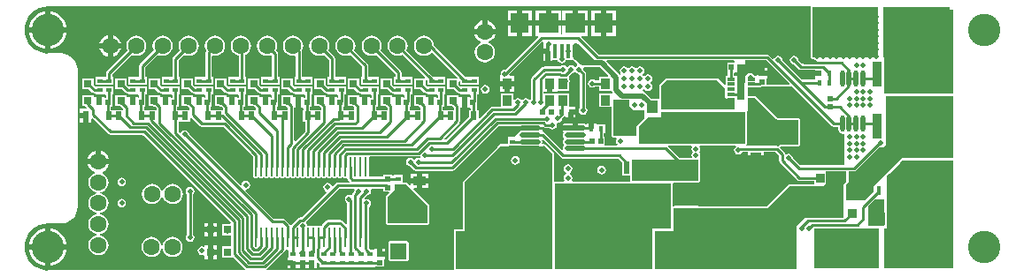
<source format=gtl>
G04 Layer_Physical_Order=1*
G04 Layer_Color=255*
%FSAX25Y25*%
%MOIN*%
G70*
G01*
G75*
%ADD10R,0.01772X0.03347*%
%ADD11R,0.04724X0.06299*%
%ADD12R,0.03937X0.12598*%
%ADD13R,0.03600X0.03200*%
%ADD14R,0.03740X0.09843*%
%ADD15R,0.03740X0.10236*%
G04:AMPARAMS|DCode=16|XSize=82.68mil|YSize=228.35mil|CornerRadius=41.34mil|HoleSize=0mil|Usage=FLASHONLY|Rotation=270.000|XOffset=0mil|YOffset=0mil|HoleType=Round|Shape=RoundedRectangle|*
%AMROUNDEDRECTD16*
21,1,0.08268,0.14567,0,0,270.0*
21,1,0.00000,0.22835,0,0,270.0*
1,1,0.08268,-0.07284,0.00000*
1,1,0.08268,-0.07284,0.00000*
1,1,0.08268,0.07284,0.00000*
1,1,0.08268,0.07284,0.00000*
%
%ADD16ROUNDEDRECTD16*%
%ADD17R,0.04331X0.04803*%
%ADD18R,0.01969X0.02047*%
%ADD19R,0.01772X0.02165*%
%ADD20R,0.02165X0.01772*%
%ADD21R,0.03740X0.06693*%
%ADD22R,0.02047X0.01969*%
%ADD23R,0.02756X0.03150*%
%ADD24R,0.09843X0.03740*%
%ADD25R,0.10236X0.03740*%
%ADD26R,0.03200X0.03600*%
%ADD27R,0.03543X0.03937*%
%ADD28R,0.22047X0.09606*%
%ADD29R,0.03504X0.09606*%
%ADD30R,0.04803X0.03583*%
%ADD31O,0.00984X0.07480*%
%ADD32O,0.01772X0.06299*%
%ADD33R,0.02756X0.01181*%
%ADD34R,0.03150X0.08189*%
%ADD35R,0.12300X0.13780*%
%ADD36O,0.07874X0.01772*%
%ADD37R,0.02480X0.03268*%
%ADD38R,0.07500X0.07500*%
%ADD39R,0.07100X0.07500*%
%ADD40R,0.01400X0.05600*%
%ADD41R,0.03150X0.02756*%
%ADD42R,0.09055X0.09055*%
%ADD43R,0.02756X0.05118*%
%ADD44R,0.06693X0.03543*%
%ADD45R,0.02205X0.04701*%
%ADD46C,0.01000*%
%ADD47C,0.02000*%
%ADD48R,0.06496X0.06299*%
%ADD49C,0.07480*%
%ADD50C,0.06300*%
%ADD51C,0.12205*%
%ADD52C,0.02000*%
G36*
X0581070Y0593207D02*
X0581434Y0592964D01*
X0581863Y0592878D01*
X0581863Y0592878D01*
X0590010D01*
X0601209Y0581679D01*
Y0577787D01*
X0601217Y0577747D01*
Y0574539D01*
X0601302Y0574113D01*
X0601543Y0573752D01*
X0601905Y0573511D01*
X0602331Y0573426D01*
X0602757Y0573511D01*
X0602975Y0573656D01*
X0603315Y0573717D01*
X0603655Y0573656D01*
X0603873Y0573511D01*
X0604299Y0573426D01*
X0604725Y0573511D01*
X0604943Y0573656D01*
X0605283Y0573717D01*
X0605624Y0573656D01*
X0605842Y0573511D01*
X0606268Y0573426D01*
X0606694Y0573511D01*
X0606912Y0573656D01*
X0607252Y0573717D01*
X0607592Y0573656D01*
X0607810Y0573511D01*
X0608236Y0573426D01*
X0608662Y0573511D01*
X0608880Y0573656D01*
X0609221Y0573717D01*
X0609561Y0573656D01*
X0609779Y0573511D01*
X0610205Y0573426D01*
X0610631Y0573511D01*
X0610849Y0573656D01*
X0611189Y0573717D01*
X0611529Y0573656D01*
X0611747Y0573511D01*
X0612173Y0573426D01*
X0612599Y0573511D01*
X0612817Y0573656D01*
X0613158Y0573717D01*
X0613498Y0573656D01*
X0613716Y0573511D01*
X0614142Y0573426D01*
X0614568Y0573511D01*
X0614786Y0573656D01*
X0615126Y0573717D01*
X0615466Y0573656D01*
X0615684Y0573511D01*
X0616110Y0573426D01*
X0616536Y0573511D01*
X0616754Y0573656D01*
X0617095Y0573717D01*
X0617435Y0573656D01*
X0617653Y0573511D01*
X0618079Y0573426D01*
X0618505Y0573511D01*
X0618723Y0573656D01*
X0619063Y0573717D01*
X0619403Y0573656D01*
X0619621Y0573511D01*
X0620047Y0573426D01*
X0620473Y0573511D01*
X0620691Y0573656D01*
X0621032Y0573717D01*
X0621372Y0573656D01*
X0621590Y0573511D01*
X0622016Y0573426D01*
X0622442Y0573511D01*
X0622660Y0573656D01*
X0623000Y0573717D01*
X0623340Y0573656D01*
X0623558Y0573511D01*
X0623984Y0573426D01*
X0624410Y0573511D01*
X0624628Y0573656D01*
X0624968Y0573717D01*
X0625309Y0573656D01*
X0625527Y0573511D01*
X0625953Y0573426D01*
X0626379Y0573511D01*
X0626597Y0573656D01*
X0626937Y0573717D01*
X0627277Y0573656D01*
X0627495Y0573511D01*
X0627921Y0573426D01*
X0628347Y0573511D01*
X0628565Y0573656D01*
X0628905Y0573717D01*
X0629246Y0573656D01*
X0629464Y0573511D01*
X0629890Y0573426D01*
X0630316Y0573511D01*
X0630534Y0573656D01*
X0630874Y0573717D01*
X0631214Y0573656D01*
X0631432Y0573511D01*
X0631858Y0573426D01*
X0632284Y0573511D01*
X0632502Y0573656D01*
X0632842Y0573717D01*
X0633183Y0573656D01*
X0633401Y0573511D01*
X0633827Y0573426D01*
X0634253Y0573511D01*
X0634471Y0573656D01*
X0634811Y0573717D01*
X0635151Y0573656D01*
X0635369Y0573511D01*
X0635795Y0573426D01*
X0636221Y0573511D01*
X0636698Y0573319D01*
X0636755Y0573266D01*
X0636971Y0572943D01*
X0637654Y0572260D01*
X0637529Y0571843D01*
X0637467Y0571760D01*
X0633138D01*
X0633138Y0571760D01*
X0632709Y0571675D01*
X0632345Y0571431D01*
X0632345Y0571431D01*
X0631330Y0570416D01*
X0630788Y0570581D01*
X0630779Y0570624D01*
X0630425Y0571153D01*
X0629896Y0571507D01*
X0629272Y0571631D01*
X0628647Y0571507D01*
X0628118Y0571153D01*
X0627765Y0570624D01*
X0627640Y0570000D01*
X0627765Y0569376D01*
X0628118Y0568847D01*
X0628647Y0568493D01*
X0628691Y0568484D01*
X0628856Y0567942D01*
X0619586Y0558672D01*
X0618918D01*
X0618917Y0558672D01*
X0618488Y0558587D01*
X0618124Y0558344D01*
X0615660Y0555879D01*
X0615396Y0555879D01*
X0615052Y0555979D01*
X0614997Y0556060D01*
X0614921Y0556137D01*
X0613279Y0557779D01*
X0613279Y0557779D01*
X0613279Y0557779D01*
X0613202Y0557856D01*
X0613022Y0557976D01*
X0613022Y0557976D01*
X0612821Y0558059D01*
X0612608Y0558102D01*
X0608956D01*
X0598267Y0568791D01*
X0598500Y0569254D01*
X0599124Y0569379D01*
X0599653Y0569732D01*
X0600007Y0570261D01*
X0600131Y0570886D01*
X0600007Y0571510D01*
X0599653Y0572039D01*
X0599124Y0572393D01*
X0598500Y0572517D01*
X0597876Y0572393D01*
X0597346Y0572039D01*
X0596993Y0571510D01*
X0596869Y0570886D01*
X0596405Y0570652D01*
X0577100Y0589958D01*
Y0590318D01*
X0576856Y0590906D01*
X0576406Y0591356D01*
X0575818Y0591600D01*
X0575182D01*
X0574594Y0591356D01*
X0574144Y0590906D01*
X0574068Y0590725D01*
X0573479Y0590608D01*
X0573124Y0590962D01*
Y0594766D01*
X0573730D01*
Y0594766D01*
X0573770Y0594766D01*
Y0594766D01*
X0577450D01*
Y0596119D01*
X0577950Y0596326D01*
X0581070Y0593207D01*
D02*
G37*
G36*
X0786500Y0586500D02*
X0746500D01*
X0746500Y0593000D01*
X0750000Y0596500D01*
X0755000Y0596500D01*
X0755000Y0598500D01*
X0786500D01*
Y0586500D01*
D02*
G37*
G36*
X0735013Y0612180D02*
X0734822Y0611718D01*
X0731699D01*
Y0610393D01*
X0730175D01*
X0730154Y0610425D01*
X0729624Y0610779D01*
X0729000Y0610903D01*
X0728376Y0610779D01*
X0727846Y0610425D01*
X0727493Y0609896D01*
X0727369Y0609272D01*
X0727493Y0608647D01*
X0727846Y0608118D01*
X0728376Y0607764D01*
X0729000Y0607640D01*
X0729624Y0607764D01*
X0730154Y0608118D01*
X0730175Y0608150D01*
X0731699D01*
Y0606581D01*
X0736397D01*
X0736493Y0606099D01*
X0736678Y0605821D01*
X0736346Y0605419D01*
X0731699D01*
Y0600282D01*
X0736351D01*
X0736351Y0589500D01*
X0736541Y0589041D01*
X0737000Y0588851D01*
X0737877D01*
X0738144Y0588350D01*
X0737993Y0588124D01*
X0737869Y0587500D01*
X0737993Y0586876D01*
X0738346Y0586346D01*
X0738442Y0586283D01*
X0738290Y0585783D01*
X0734160D01*
X0733698Y0585876D01*
X0733698Y0586283D01*
Y0589124D01*
X0733393D01*
Y0590317D01*
X0733757D01*
Y0593683D01*
X0730856Y0593683D01*
X0730614Y0594083D01*
X0730544Y0594083D01*
X0730544Y0594083D01*
X0729728D01*
Y0592000D01*
X0727728D01*
Y0594083D01*
X0726842D01*
Y0594083D01*
X0726541Y0593922D01*
X0726252Y0594115D01*
X0725516Y0594261D01*
X0723465D01*
Y0592339D01*
X0722465D01*
Y0591339D01*
X0717813D01*
X0718054Y0590979D01*
X0718312Y0590806D01*
X0718014Y0590359D01*
X0717898Y0589780D01*
X0718014Y0589200D01*
X0718257Y0588836D01*
X0718309Y0588500D01*
X0718257Y0588164D01*
X0718014Y0587800D01*
X0717898Y0587220D01*
X0718014Y0586641D01*
X0718342Y0586149D01*
Y0585733D01*
X0718014Y0585241D01*
X0717898Y0584661D01*
X0717965Y0584329D01*
X0717504Y0584082D01*
X0710909Y0590677D01*
X0710545Y0590920D01*
X0710513Y0590927D01*
X0710283Y0591482D01*
X0710363Y0591603D01*
X0710481Y0592194D01*
X0710883Y0592439D01*
X0710977Y0592464D01*
X0711407Y0592378D01*
X0711407Y0592378D01*
X0712825D01*
X0712847Y0592346D01*
X0713376Y0591993D01*
X0714000Y0591869D01*
X0714624Y0591993D01*
X0715154Y0592346D01*
X0715507Y0592876D01*
X0715631Y0593500D01*
X0715542Y0593950D01*
X0715832Y0594325D01*
X0715927Y0594383D01*
X0716000Y0594369D01*
X0716624Y0594493D01*
X0717154Y0594846D01*
X0717507Y0595376D01*
X0717631Y0596000D01*
X0717624Y0596038D01*
X0718222Y0596636D01*
X0718222Y0596636D01*
X0718254Y0596684D01*
X0718783Y0596658D01*
X0718886Y0596417D01*
X0719772D01*
Y0598500D01*
X0720772D01*
Y0599500D01*
X0722657D01*
Y0600583D01*
X0720301D01*
Y0605419D01*
X0715557D01*
Y0605419D01*
X0715443D01*
Y0605419D01*
X0710721D01*
Y0606181D01*
X0712071D01*
Y0609150D01*
X0714071D01*
Y0606181D01*
X0715842D01*
Y0606581D01*
X0720301D01*
Y0609238D01*
X0720393Y0609376D01*
X0720517Y0610000D01*
X0720393Y0610624D01*
X0720301Y0610762D01*
Y0611718D01*
X0720301D01*
X0720147Y0612091D01*
X0720937Y0612881D01*
X0721000Y0612869D01*
X0721624Y0612993D01*
X0722154Y0613346D01*
X0722250Y0613491D01*
X0722750D01*
X0722847Y0613346D01*
X0723376Y0612993D01*
X0724000Y0612869D01*
X0724038Y0612876D01*
X0724378Y0612535D01*
Y0600175D01*
X0724346Y0600153D01*
X0723993Y0599624D01*
X0723869Y0599000D01*
X0723993Y0598376D01*
X0724346Y0597847D01*
X0724876Y0597493D01*
X0725500Y0597369D01*
X0726124Y0597493D01*
X0726653Y0597847D01*
X0727007Y0598376D01*
X0727131Y0599000D01*
X0727007Y0599624D01*
X0726653Y0600153D01*
X0726622Y0600175D01*
Y0613000D01*
X0726622Y0613000D01*
X0726536Y0613429D01*
X0726293Y0613793D01*
X0725624Y0614462D01*
X0725631Y0614500D01*
X0725558Y0614869D01*
X0725900Y0615369D01*
X0731824D01*
X0735013Y0612180D01*
D02*
G37*
G36*
X0791680Y0602320D02*
X0791738Y0602344D01*
X0794501Y0599580D01*
X0794478Y0599522D01*
X0796596Y0597403D01*
X0798310Y0595690D01*
X0798769Y0595500D01*
X0806500D01*
Y0595371D01*
Y0592858D01*
X0806500Y0587118D01*
Y0586717D01*
Y0586000D01*
X0799943D01*
X0799823Y0585951D01*
X0799694D01*
X0799603Y0585859D01*
X0799483Y0585810D01*
X0799470Y0585776D01*
X0798972Y0585507D01*
X0798929Y0585536D01*
X0798500Y0585622D01*
X0798500Y0585622D01*
X0787193D01*
X0786993Y0586122D01*
X0787149Y0586500D01*
Y0598500D01*
X0787484Y0599000D01*
X0787500D01*
X0787500Y0603500D01*
X0790500Y0603500D01*
X0791680Y0602320D01*
D02*
G37*
G36*
X0743000Y0603000D02*
X0743000Y0600500D01*
X0744500Y0599000D01*
X0748500Y0599000D01*
X0748500Y0596000D01*
X0747000Y0594500D01*
X0745500Y0593000D01*
X0745500Y0589500D01*
X0744000Y0589500D01*
X0737000Y0589500D01*
X0737000Y0603000D01*
X0743000Y0603000D01*
D02*
G37*
G36*
X0699868Y0593000D02*
X0709000D01*
Y0591500D01*
X0702000Y0591500D01*
X0699500Y0589000D01*
X0697191Y0589000D01*
X0697191Y0586500D01*
X0694500Y0586500D01*
X0693352Y0585352D01*
X0693286Y0585205D01*
X0690541Y0582459D01*
X0685541Y0577459D01*
X0685541Y0577459D01*
X0680541Y0572459D01*
X0680350Y0572000D01*
X0680350Y0554149D01*
X0677500D01*
X0677041Y0553959D01*
X0676851Y0553500D01*
Y0539000D01*
X0676598Y0538622D01*
X0606499D01*
X0606348Y0539122D01*
X0606434Y0539179D01*
X0612966Y0545711D01*
X0613209Y0546075D01*
X0613230Y0546178D01*
X0613515Y0546508D01*
X0613795Y0546512D01*
X0614142Y0546443D01*
X0614186Y0546452D01*
X0614677Y0546040D01*
Y0543458D01*
X0614277Y0543287D01*
Y0542401D01*
X0616360D01*
Y0541401D01*
X0617360D01*
Y0539515D01*
X0617836D01*
Y0539499D01*
X0618860D01*
Y0541483D01*
X0620860D01*
Y0539499D01*
X0622360D01*
Y0541483D01*
X0624360D01*
Y0539499D01*
X0625384D01*
Y0541377D01*
X0625846Y0541568D01*
X0626203Y0541211D01*
Y0539915D01*
X0629569D01*
Y0539915D01*
X0629703Y0539915D01*
Y0539915D01*
X0633069D01*
Y0539915D01*
X0633206D01*
Y0539915D01*
X0636571D01*
Y0539915D01*
X0636703Y0539915D01*
Y0539915D01*
X0640069D01*
Y0539915D01*
X0640203Y0539915D01*
Y0539915D01*
X0643569D01*
Y0539915D01*
X0643677D01*
Y0539915D01*
X0646761D01*
X0647043Y0539915D01*
Y0539915D01*
X0647236Y0539974D01*
X0647236Y0539974D01*
X0650484D01*
Y0542802D01*
X0650884D01*
Y0543787D01*
X0648860D01*
Y0544787D01*
X0647860D01*
Y0546771D01*
X0646836D01*
Y0546430D01*
X0645460D01*
X0644963Y0546927D01*
X0644862Y0547079D01*
X0644862Y0547079D01*
X0644791Y0547150D01*
Y0551213D01*
Y0562604D01*
X0645154Y0562847D01*
X0645507Y0563376D01*
X0645631Y0564000D01*
X0645507Y0564624D01*
X0645154Y0565154D01*
X0644624Y0565507D01*
X0644000Y0565631D01*
X0643677Y0565567D01*
X0643156Y0565894D01*
X0643135Y0565930D01*
X0643120Y0566034D01*
X0643962Y0566876D01*
X0644000Y0566869D01*
X0644624Y0566993D01*
X0645154Y0567346D01*
X0645507Y0567876D01*
X0645631Y0568500D01*
X0645529Y0569017D01*
X0645800Y0569517D01*
X0650376D01*
Y0568302D01*
X0652230D01*
X0652421Y0567840D01*
X0651541Y0566959D01*
X0651351Y0566500D01*
Y0556500D01*
X0651541Y0556041D01*
X0652000Y0555851D01*
X0667000Y0555851D01*
X0667459Y0556041D01*
X0667649Y0556500D01*
Y0563000D01*
X0667459Y0563459D01*
X0661735Y0569184D01*
X0661926Y0569646D01*
X0663000D01*
Y0571437D01*
X0660598D01*
Y0570973D01*
X0660137Y0570782D01*
X0659459Y0571459D01*
X0659000Y0571649D01*
X0658126D01*
X0657683Y0571786D01*
Y0574757D01*
X0654317D01*
Y0574393D01*
X0653624D01*
Y0574698D01*
X0650376D01*
Y0574069D01*
X0645199D01*
X0644783Y0574539D01*
Y0581035D01*
X0644754Y0581178D01*
X0645109Y0581678D01*
X0663588D01*
X0663588Y0581678D01*
X0663910Y0581742D01*
X0664128Y0581677D01*
X0664171Y0581508D01*
X0663764Y0581079D01*
X0663500Y0581131D01*
X0662876Y0581007D01*
X0662347Y0580653D01*
X0662250Y0580509D01*
X0661750D01*
X0661654Y0580653D01*
X0661124Y0581007D01*
X0660500Y0581131D01*
X0659876Y0581007D01*
X0659346Y0580653D01*
X0658993Y0580124D01*
X0658869Y0579500D01*
X0658993Y0578876D01*
X0659346Y0578346D01*
X0659876Y0577993D01*
X0660500Y0577869D01*
X0660538Y0577876D01*
X0661807Y0576607D01*
X0661807Y0576607D01*
X0662171Y0576364D01*
X0662600Y0576278D01*
X0662600Y0576278D01*
X0676188D01*
X0676188Y0576278D01*
X0676617Y0576364D01*
X0676981Y0576607D01*
X0693577Y0593203D01*
X0699741D01*
X0699868Y0593000D01*
D02*
G37*
G36*
X0779000Y0607500D02*
X0779000Y0604000D01*
X0779500Y0603500D01*
X0782500Y0603500D01*
Y0599500D01*
X0755000D01*
Y0608500D01*
X0757000Y0610500D01*
X0776000D01*
X0779000Y0607500D01*
D02*
G37*
G36*
X0803302Y0609111D02*
X0803111Y0608649D01*
X0794624Y0608649D01*
Y0611130D01*
X0795024D01*
Y0612114D01*
X0794000D01*
Y0612000D01*
X0792000D01*
X0790976Y0613024D01*
Y0612586D01*
X0790876Y0612127D01*
X0790005D01*
X0789653Y0612653D01*
X0789124Y0613007D01*
X0788500Y0613131D01*
X0787876Y0613007D01*
X0787347Y0612653D01*
X0786995Y0612127D01*
X0786920D01*
Y0612094D01*
X0786594D01*
X0786500Y0612000D01*
Y0609500D01*
X0786000D01*
Y0607000D01*
X0784000D01*
Y0609500D01*
X0783500D01*
Y0612094D01*
X0783080D01*
Y0612127D01*
X0782224D01*
Y0613249D01*
X0782630Y0613476D01*
X0783500D01*
Y0616500D01*
X0784614D01*
Y0616500D01*
X0786598D01*
Y0617524D01*
X0786598D01*
X0786707Y0617978D01*
X0794435D01*
X0803302Y0609111D01*
D02*
G37*
G36*
X0524000Y0638378D02*
X0811098D01*
X0811351Y0638000D01*
Y0619000D01*
X0811541Y0618541D01*
X0812000Y0618351D01*
X0812344D01*
X0812346Y0618347D01*
X0812876Y0617993D01*
X0813500Y0617869D01*
X0813614Y0617891D01*
X0814000Y0617574D01*
Y0616622D01*
X0807965D01*
X0806624Y0617962D01*
X0806631Y0618000D01*
X0806507Y0618624D01*
X0806153Y0619153D01*
X0805624Y0619507D01*
X0805000Y0619631D01*
X0804376Y0619507D01*
X0803846Y0619153D01*
X0803493Y0618624D01*
X0803369Y0618000D01*
X0803493Y0617376D01*
X0803846Y0616847D01*
X0804376Y0616493D01*
X0805000Y0616369D01*
X0805038Y0616376D01*
X0806707Y0614707D01*
X0806707Y0614707D01*
X0807071Y0614464D01*
X0807500Y0614378D01*
X0812842D01*
Y0614000D01*
X0814728D01*
Y0612000D01*
X0812842D01*
Y0610917D01*
X0812465Y0610622D01*
X0807965D01*
X0800624Y0617962D01*
X0800631Y0618000D01*
X0800507Y0618624D01*
X0800154Y0619153D01*
X0799624Y0619507D01*
X0799000Y0619631D01*
X0798376Y0619507D01*
X0797847Y0619153D01*
X0797563Y0618730D01*
X0797012Y0618574D01*
X0795693Y0619893D01*
X0795329Y0620136D01*
X0794900Y0620222D01*
X0794900Y0620222D01*
X0731365D01*
X0724798Y0626788D01*
X0724989Y0627250D01*
X0727250D01*
Y0631000D01*
X0722500D01*
X0717750D01*
Y0627622D01*
X0717250D01*
Y0631000D01*
X0712500D01*
X0707750D01*
Y0627250D01*
X0708511D01*
X0708702Y0626788D01*
X0696361Y0614447D01*
X0696058Y0614508D01*
X0695433Y0614384D01*
X0694904Y0614030D01*
X0694550Y0613501D01*
X0694426Y0612876D01*
X0694478Y0612618D01*
X0694158Y0612118D01*
X0694158D01*
Y0610150D01*
X0696929D01*
X0699701D01*
Y0612118D01*
X0698031D01*
X0697756Y0612397D01*
X0697704Y0612618D01*
X0710100Y0625014D01*
X0710600Y0624807D01*
Y0622500D01*
X0712300D01*
Y0621500D01*
X0713300D01*
Y0617700D01*
X0714000D01*
Y0618100D01*
X0715948D01*
X0715993Y0617876D01*
X0716347Y0617346D01*
X0716876Y0616993D01*
X0717500Y0616869D01*
X0718124Y0616993D01*
X0718653Y0617346D01*
X0719007Y0617876D01*
X0719052Y0618100D01*
X0721770D01*
X0723389Y0616481D01*
X0723244Y0615919D01*
X0722847Y0615654D01*
X0722750Y0615509D01*
X0722250D01*
X0722154Y0615654D01*
X0721624Y0616007D01*
X0721000Y0616131D01*
X0720376Y0616007D01*
X0719846Y0615654D01*
X0719750Y0615509D01*
X0719250D01*
X0719153Y0615654D01*
X0718624Y0616007D01*
X0718000Y0616131D01*
X0717376Y0616007D01*
X0716847Y0615654D01*
X0716825Y0615622D01*
X0710863D01*
X0710863Y0615622D01*
X0710433Y0615536D01*
X0710070Y0615293D01*
X0710070Y0615293D01*
X0706207Y0611430D01*
X0705964Y0611066D01*
X0705878Y0610637D01*
X0705878Y0610637D01*
Y0603175D01*
X0705847Y0603154D01*
X0705750Y0603009D01*
X0705250D01*
X0705154Y0603154D01*
X0704624Y0603507D01*
X0704000Y0603631D01*
X0703376Y0603507D01*
X0702846Y0603154D01*
X0702750Y0603009D01*
X0702250D01*
X0702153Y0603154D01*
X0701624Y0603507D01*
X0701000Y0603631D01*
X0700376Y0603507D01*
X0699847Y0603154D01*
X0699801Y0603085D01*
X0699301Y0603237D01*
Y0605419D01*
X0694558D01*
Y0600403D01*
X0691282D01*
X0691282Y0600403D01*
X0690853Y0600318D01*
X0690489Y0600075D01*
X0690489Y0600075D01*
X0686692Y0596278D01*
X0686230Y0596469D01*
Y0599234D01*
X0685511D01*
Y0600376D01*
X0685624D01*
Y0603624D01*
X0685622D01*
Y0605242D01*
X0686183D01*
Y0608214D01*
X0683183D01*
X0682817Y0608214D01*
X0682317Y0608214D01*
X0679317D01*
X0679317Y0608214D01*
Y0608214D01*
X0678869Y0608367D01*
X0678675Y0608561D01*
Y0609930D01*
X0679175Y0610185D01*
X0679317Y0610082D01*
Y0608786D01*
X0682683D01*
Y0608786D01*
X0682817D01*
Y0608786D01*
X0686183D01*
Y0611758D01*
X0682817D01*
Y0611758D01*
X0682683D01*
Y0611758D01*
X0681100D01*
X0669334Y0623523D01*
X0669209Y0624479D01*
X0668831Y0625391D01*
X0668230Y0626174D01*
X0667446Y0626776D01*
X0666534Y0627153D01*
X0665555Y0627282D01*
X0664576Y0627153D01*
X0663664Y0626776D01*
X0662881Y0626174D01*
X0662280Y0625391D01*
X0661902Y0624479D01*
X0661773Y0623500D01*
X0661902Y0622521D01*
X0662280Y0621609D01*
X0662881Y0620825D01*
X0663664Y0620224D01*
X0664576Y0619846D01*
X0665555Y0619718D01*
X0666534Y0619846D01*
X0667446Y0620224D01*
X0668230Y0620825D01*
X0668272Y0620881D01*
X0668772Y0620914D01*
X0678096Y0611589D01*
X0677905Y0611128D01*
X0674325D01*
Y0607172D01*
X0676892D01*
X0678128Y0605935D01*
X0678128Y0605935D01*
X0678492Y0605692D01*
X0678921Y0605607D01*
X0679317Y0605316D01*
Y0605242D01*
X0682317D01*
X0682683Y0605242D01*
X0683025D01*
X0683378Y0604889D01*
Y0603624D01*
X0682795D01*
Y0604024D01*
X0681811D01*
Y0602000D01*
Y0599976D01*
X0682795D01*
Y0599976D01*
X0683268Y0599911D01*
Y0599234D01*
X0682550D01*
Y0596636D01*
X0673935Y0588022D01*
X0673301D01*
X0673109Y0588483D01*
X0678793Y0594167D01*
X0678793Y0594167D01*
X0679036Y0594531D01*
X0679122Y0594960D01*
X0679122Y0594960D01*
Y0599976D01*
X0679811D01*
Y0602000D01*
Y0604024D01*
X0678827D01*
X0678675Y0604461D01*
Y0604828D01*
X0674325D01*
Y0600872D01*
X0675673D01*
X0675876Y0600737D01*
X0676500Y0600613D01*
X0676878Y0600263D01*
Y0599234D01*
X0673770D01*
Y0599234D01*
X0673730Y0599234D01*
Y0599234D01*
X0672622D01*
Y0600376D01*
X0673124D01*
Y0603624D01*
X0673122D01*
Y0605242D01*
X0673683D01*
Y0608214D01*
X0670683D01*
X0670317Y0608214D01*
X0669817Y0608214D01*
X0666817D01*
X0666817Y0608214D01*
Y0608214D01*
X0666369Y0608367D01*
X0666175Y0608561D01*
Y0610297D01*
X0666675Y0610565D01*
X0666817Y0610469D01*
Y0608786D01*
X0670183D01*
Y0608786D01*
X0670317D01*
Y0608786D01*
X0673683D01*
Y0611758D01*
X0670317D01*
Y0611758D01*
X0670183D01*
Y0611758D01*
X0669041D01*
X0659047Y0621751D01*
X0659366Y0622521D01*
X0659495Y0623500D01*
X0659366Y0624479D01*
X0658988Y0625391D01*
X0658387Y0626174D01*
X0657604Y0626776D01*
X0656692Y0627153D01*
X0655713Y0627282D01*
X0654734Y0627153D01*
X0653821Y0626776D01*
X0653038Y0626174D01*
X0652437Y0625391D01*
X0652059Y0624479D01*
X0651930Y0623500D01*
X0652059Y0622521D01*
X0652437Y0621609D01*
X0653038Y0620825D01*
X0653821Y0620224D01*
X0654734Y0619846D01*
X0655713Y0619718D01*
X0656692Y0619846D01*
X0657461Y0620165D01*
X0665999Y0611628D01*
X0665792Y0611128D01*
X0661825D01*
Y0607172D01*
X0664392D01*
X0665628Y0605935D01*
X0665628Y0605935D01*
X0665992Y0605692D01*
X0666421Y0605607D01*
X0666817Y0605316D01*
Y0605242D01*
X0669817D01*
X0670183Y0605242D01*
X0670525D01*
X0670878Y0604889D01*
Y0603624D01*
X0670295D01*
Y0604024D01*
X0669311D01*
Y0602000D01*
X0667311D01*
Y0604024D01*
X0666327D01*
X0666175Y0604461D01*
Y0604828D01*
X0661825D01*
Y0600872D01*
X0663173D01*
X0663376Y0600737D01*
X0664000Y0600613D01*
X0664378Y0600263D01*
Y0599234D01*
X0661270D01*
Y0599234D01*
X0661230Y0599234D01*
Y0599234D01*
X0660122D01*
Y0600376D01*
X0660624D01*
Y0603624D01*
X0660622D01*
Y0605242D01*
X0661183D01*
Y0608214D01*
X0658183D01*
X0657817Y0608214D01*
X0657317Y0608214D01*
X0654317D01*
X0654317Y0608214D01*
Y0608214D01*
X0653869Y0608367D01*
X0653675Y0608561D01*
Y0611128D01*
X0649325D01*
Y0607172D01*
X0651892D01*
X0653128Y0605935D01*
X0653128Y0605935D01*
X0653492Y0605692D01*
X0653921Y0605607D01*
X0654317Y0605316D01*
Y0605242D01*
X0657317D01*
X0657683Y0605242D01*
X0658025D01*
X0658378Y0604889D01*
Y0603624D01*
X0657795D01*
Y0604024D01*
X0656811D01*
Y0602000D01*
X0654811D01*
Y0604024D01*
X0653827D01*
X0653675Y0604461D01*
Y0604828D01*
X0649325D01*
Y0600872D01*
X0650673D01*
X0650876Y0600737D01*
X0651500Y0600613D01*
X0651878Y0600263D01*
Y0599234D01*
X0648770D01*
Y0599234D01*
X0648730D01*
Y0599234D01*
X0647622D01*
Y0600376D01*
X0648124D01*
Y0603624D01*
X0648122D01*
Y0605242D01*
X0648683D01*
Y0608214D01*
X0645683D01*
X0645317Y0608214D01*
X0644817Y0608214D01*
X0641817D01*
X0641817Y0608214D01*
Y0608214D01*
X0641369Y0608367D01*
X0641175Y0608561D01*
Y0611128D01*
X0636825D01*
Y0607172D01*
X0639392D01*
X0640628Y0605935D01*
X0640628Y0605935D01*
X0640992Y0605692D01*
X0641421Y0605607D01*
X0641817Y0605316D01*
Y0605242D01*
X0644817D01*
X0645183Y0605242D01*
X0645525D01*
X0645878Y0604889D01*
Y0603624D01*
X0645295D01*
Y0604024D01*
X0644311D01*
Y0602000D01*
X0642311D01*
Y0604024D01*
X0641327D01*
X0641175Y0604461D01*
Y0604828D01*
X0636825D01*
Y0600872D01*
X0638173D01*
X0638376Y0600737D01*
X0639000Y0600613D01*
X0639038Y0600620D01*
X0639378Y0600280D01*
Y0599234D01*
X0636270D01*
Y0599234D01*
X0636230D01*
Y0599234D01*
X0635122D01*
Y0600376D01*
X0635624D01*
Y0603624D01*
X0635622D01*
Y0605242D01*
X0636183D01*
Y0608214D01*
X0633183D01*
X0632817Y0608214D01*
X0632317Y0608214D01*
X0629317D01*
X0629317Y0608214D01*
Y0608214D01*
X0628869Y0608367D01*
X0628675Y0608561D01*
Y0611128D01*
X0624325D01*
Y0607172D01*
X0626892D01*
X0628128Y0605935D01*
X0628128Y0605935D01*
X0628492Y0605692D01*
X0628921Y0605607D01*
X0629317Y0605316D01*
Y0605242D01*
X0632317D01*
X0632683Y0605242D01*
X0633025D01*
X0633378Y0604889D01*
Y0603624D01*
X0632795D01*
Y0604024D01*
X0631811D01*
Y0602000D01*
X0629811D01*
Y0604024D01*
X0628827D01*
X0628675Y0604461D01*
Y0604828D01*
X0624325D01*
Y0600872D01*
X0625673D01*
X0625876Y0600737D01*
X0626500Y0600613D01*
X0626878Y0600263D01*
Y0599234D01*
X0623770D01*
Y0599234D01*
X0623730Y0599234D01*
Y0599234D01*
X0622622D01*
Y0600376D01*
X0623124D01*
Y0603624D01*
X0623122D01*
Y0605242D01*
X0623683D01*
Y0608214D01*
X0620683D01*
X0620317Y0608214D01*
X0619817Y0608214D01*
X0616817D01*
X0616817Y0608214D01*
Y0608214D01*
X0616369Y0608367D01*
X0616175Y0608561D01*
Y0611128D01*
X0611825D01*
Y0607172D01*
X0614392D01*
X0615628Y0605935D01*
X0615628Y0605935D01*
X0615992Y0605692D01*
X0616421Y0605607D01*
X0616817Y0605316D01*
Y0605242D01*
X0619817D01*
X0620183Y0605242D01*
X0620525D01*
X0620878Y0604889D01*
Y0603624D01*
X0620295D01*
Y0604024D01*
X0619311D01*
Y0602000D01*
Y0599976D01*
X0619901D01*
X0620190Y0599476D01*
X0620050Y0599234D01*
X0620050D01*
Y0594766D01*
X0620881D01*
Y0591255D01*
X0617084Y0587458D01*
X0616622Y0587649D01*
Y0599976D01*
X0617311D01*
Y0602000D01*
Y0604024D01*
X0616327D01*
X0616175Y0604461D01*
Y0604828D01*
X0611825D01*
Y0600872D01*
X0613173D01*
X0613376Y0600737D01*
X0614000Y0600613D01*
X0614378Y0600250D01*
Y0599234D01*
X0611270D01*
Y0599234D01*
X0611230Y0599234D01*
Y0599234D01*
X0610122D01*
Y0600376D01*
X0610624D01*
Y0603624D01*
X0610622D01*
Y0605242D01*
X0611183D01*
Y0608214D01*
X0608183D01*
X0607817Y0608214D01*
X0607317Y0608214D01*
X0604317D01*
X0604317Y0608214D01*
Y0608214D01*
X0603869Y0608367D01*
X0603675Y0608561D01*
Y0611128D01*
X0599325D01*
Y0607172D01*
X0601892D01*
X0603128Y0605935D01*
X0603128Y0605935D01*
X0603492Y0605692D01*
X0603921Y0605607D01*
X0604317Y0605316D01*
Y0605242D01*
X0607317D01*
X0607683Y0605242D01*
X0608025D01*
X0608378Y0604889D01*
Y0603624D01*
X0607795D01*
Y0604024D01*
X0606811D01*
Y0602000D01*
X0604811D01*
Y0604024D01*
X0603827D01*
X0603675Y0604461D01*
Y0604828D01*
X0599325D01*
Y0600872D01*
X0600673D01*
X0600876Y0600737D01*
X0601500Y0600613D01*
X0601601Y0600633D01*
X0602378Y0599855D01*
Y0599234D01*
X0598770D01*
Y0599234D01*
X0598730Y0599234D01*
Y0599234D01*
X0597622D01*
Y0600376D01*
X0598124D01*
Y0603624D01*
X0598122D01*
Y0605242D01*
X0598683D01*
Y0608214D01*
X0595683D01*
X0595317Y0608214D01*
X0594817Y0608214D01*
X0591817D01*
X0591817Y0608214D01*
Y0608214D01*
X0591369Y0608367D01*
X0591175Y0608561D01*
Y0611128D01*
X0586825D01*
Y0607172D01*
X0589392D01*
X0590628Y0605935D01*
X0590628Y0605935D01*
X0590992Y0605692D01*
X0591421Y0605607D01*
X0591817Y0605316D01*
Y0605242D01*
X0594817D01*
X0595183Y0605242D01*
X0595525D01*
X0595878Y0604889D01*
Y0603624D01*
X0595295D01*
Y0604024D01*
X0594311D01*
Y0602000D01*
X0592311D01*
Y0604024D01*
X0591327D01*
X0591175Y0604461D01*
Y0604828D01*
X0586825D01*
Y0600872D01*
X0588173D01*
X0588376Y0600737D01*
X0589000Y0600613D01*
X0589127Y0600638D01*
X0589878Y0599887D01*
Y0599234D01*
X0586270D01*
Y0599234D01*
X0586230D01*
Y0599234D01*
X0585122D01*
Y0600376D01*
X0585624D01*
Y0603624D01*
X0585622D01*
Y0605242D01*
X0586183D01*
Y0608214D01*
X0583183D01*
X0582817Y0608214D01*
X0582317Y0608214D01*
X0579317D01*
X0579317Y0608214D01*
Y0608214D01*
X0578869Y0608367D01*
X0578675Y0608561D01*
Y0611128D01*
X0574325D01*
Y0607172D01*
X0576892D01*
X0578128Y0605935D01*
X0578128Y0605935D01*
X0578492Y0605692D01*
X0578921Y0605607D01*
X0579317Y0605316D01*
Y0605242D01*
X0582317D01*
X0582683Y0605242D01*
X0583025D01*
X0583378Y0604889D01*
Y0603624D01*
X0582795D01*
Y0604024D01*
X0581811D01*
Y0602000D01*
X0579811D01*
Y0604024D01*
X0578827D01*
X0578675Y0604461D01*
Y0604828D01*
X0574325D01*
Y0600872D01*
X0575673D01*
X0575876Y0600737D01*
X0576500Y0600613D01*
X0576601Y0600633D01*
X0577378Y0599855D01*
Y0599234D01*
X0573770D01*
Y0599234D01*
X0573730Y0599234D01*
Y0599234D01*
X0572622D01*
Y0600376D01*
X0573198D01*
Y0603624D01*
X0573122D01*
Y0605242D01*
X0573683D01*
Y0608214D01*
X0570683D01*
X0570317Y0608214D01*
X0569817Y0608214D01*
X0566817D01*
X0566817Y0608214D01*
Y0608214D01*
X0566369Y0608367D01*
X0566175Y0608561D01*
Y0611128D01*
X0561825D01*
Y0607172D01*
X0564392D01*
X0565628Y0605935D01*
X0565628Y0605935D01*
X0565992Y0605692D01*
X0566421Y0605607D01*
X0566817Y0605316D01*
Y0605242D01*
X0569817D01*
X0570183Y0605242D01*
X0570525D01*
X0570878Y0604889D01*
Y0603624D01*
X0570370D01*
Y0604024D01*
X0569386D01*
Y0602000D01*
X0567386D01*
Y0604024D01*
X0566402D01*
X0566175Y0604430D01*
Y0604828D01*
X0561825D01*
Y0600872D01*
X0563173D01*
X0563376Y0600737D01*
X0564000Y0600613D01*
X0564101Y0600633D01*
X0564878Y0599855D01*
Y0599234D01*
X0561270D01*
Y0599234D01*
X0561230Y0599234D01*
Y0599234D01*
X0560122D01*
Y0600376D01*
X0560698D01*
Y0603624D01*
X0560622D01*
Y0605242D01*
X0561183D01*
Y0608214D01*
X0558183D01*
X0557817Y0608214D01*
X0557317Y0608214D01*
X0554317D01*
X0554317Y0608214D01*
Y0608214D01*
X0553869Y0608367D01*
X0553675Y0608561D01*
Y0611128D01*
X0549325D01*
Y0607172D01*
X0551892D01*
X0553128Y0605935D01*
X0553128Y0605935D01*
X0553492Y0605692D01*
X0553921Y0605607D01*
X0554317Y0605316D01*
Y0605242D01*
X0557317D01*
X0557683Y0605242D01*
X0558025D01*
X0558378Y0604889D01*
Y0603624D01*
X0557870D01*
Y0604024D01*
X0556886D01*
Y0602000D01*
X0554886D01*
Y0604024D01*
X0553902D01*
X0553675Y0604430D01*
Y0604828D01*
X0549325D01*
Y0600872D01*
X0550673D01*
X0550876Y0600737D01*
X0551398Y0600633D01*
X0552297Y0599734D01*
X0552183Y0599234D01*
X0548770D01*
Y0599234D01*
X0548730Y0599234D01*
Y0599234D01*
X0547622D01*
Y0600376D01*
X0548198D01*
Y0603624D01*
X0548122D01*
Y0605242D01*
X0548683D01*
Y0608214D01*
X0545683D01*
X0545317Y0608214D01*
X0544817Y0608214D01*
X0541817D01*
X0541817Y0608214D01*
Y0608214D01*
X0541369Y0608367D01*
X0541175Y0608561D01*
Y0611128D01*
X0536825D01*
Y0607172D01*
X0539392D01*
X0540628Y0605935D01*
X0540628Y0605935D01*
X0540992Y0605692D01*
X0541421Y0605607D01*
X0541817Y0605316D01*
Y0605242D01*
X0544817D01*
X0545183Y0605242D01*
X0545525D01*
X0545878Y0604889D01*
Y0603624D01*
X0545370D01*
Y0604024D01*
X0544386D01*
Y0602000D01*
X0542386D01*
Y0604024D01*
X0541402D01*
X0541175Y0604430D01*
Y0604828D01*
X0536825D01*
Y0600872D01*
X0537975D01*
X0538070Y0600730D01*
X0538704Y0600096D01*
X0538513Y0599634D01*
X0535870D01*
Y0598000D01*
X0538110D01*
Y0597000D01*
X0539110D01*
Y0594366D01*
X0540350D01*
Y0595910D01*
X0540812Y0596101D01*
X0546641Y0590273D01*
X0546641Y0590273D01*
X0547005Y0590030D01*
X0547434Y0589945D01*
X0559656D01*
X0592925Y0556675D01*
X0592748Y0556175D01*
X0589672D01*
Y0551825D01*
X0593050D01*
Y0547795D01*
X0593050Y0547795D01*
X0592565Y0547675D01*
X0589672D01*
Y0543325D01*
X0593628D01*
Y0543325D01*
X0593949Y0543458D01*
X0598227Y0539179D01*
X0598227Y0539179D01*
X0598314Y0539122D01*
X0598162Y0538622D01*
X0524000D01*
X0523952Y0538612D01*
X0522265Y0538778D01*
X0520597Y0539284D01*
X0519059Y0540106D01*
X0517712Y0541212D01*
X0516606Y0542559D01*
X0515784Y0544097D01*
X0515278Y0545765D01*
X0515107Y0547500D01*
X0515278Y0549235D01*
X0515784Y0550903D01*
X0516606Y0552441D01*
X0517712Y0553788D01*
X0519059Y0554894D01*
X0520597Y0555716D01*
X0522265Y0556222D01*
X0523952Y0556388D01*
X0524000Y0556378D01*
X0529000D01*
X0529000Y0556378D01*
Y0556370D01*
X0530196Y0556488D01*
X0531346Y0556837D01*
X0532405Y0557404D01*
X0533334Y0558166D01*
X0534096Y0559095D01*
X0534663Y0560154D01*
X0535012Y0561304D01*
X0535129Y0562500D01*
X0535122Y0562500D01*
Y0614500D01*
X0535129D01*
X0535012Y0615696D01*
X0534663Y0616846D01*
X0534096Y0617905D01*
X0533334Y0618834D01*
X0532405Y0619596D01*
X0531346Y0620163D01*
X0530196Y0620512D01*
X0529000Y0620630D01*
Y0620622D01*
X0524000D01*
X0523952Y0620612D01*
X0522265Y0620778D01*
X0520597Y0621284D01*
X0519059Y0622106D01*
X0517712Y0623212D01*
X0516606Y0624559D01*
X0515784Y0626097D01*
X0515278Y0627765D01*
X0515107Y0629500D01*
X0515278Y0631235D01*
X0515784Y0632903D01*
X0516606Y0634441D01*
X0517712Y0635788D01*
X0519059Y0636894D01*
X0520597Y0637716D01*
X0522265Y0638222D01*
X0523952Y0638388D01*
X0524000Y0638378D01*
D02*
G37*
G36*
X0730500Y0617500D02*
X0724500D01*
X0722000Y0620000D01*
Y0624000D01*
X0724000D01*
X0730500Y0617500D01*
D02*
G37*
G36*
X0863500Y0637000D02*
X0865000D01*
X0865000Y0605500D01*
X0839000Y0605500D01*
Y0619000D01*
X0839000Y0619000D01*
X0838500D01*
Y0638000D01*
X0863500D01*
Y0637000D01*
D02*
G37*
G36*
X0819172Y0593242D02*
X0819535Y0592999D01*
X0819965Y0592914D01*
X0819965Y0592914D01*
X0821586D01*
X0821646Y0592853D01*
Y0591772D01*
X0821762Y0591192D01*
X0822090Y0590700D01*
X0822582Y0590372D01*
X0823161Y0590257D01*
X0823500Y0590324D01*
X0823961Y0590015D01*
X0824000Y0589953D01*
Y0578500D01*
X0806986Y0578500D01*
X0804524Y0580962D01*
X0804531Y0581000D01*
X0804407Y0581624D01*
X0804053Y0582154D01*
X0803524Y0582507D01*
X0802900Y0582631D01*
X0802276Y0582507D01*
X0802122Y0582404D01*
X0801949Y0582437D01*
X0801591Y0582651D01*
X0801536Y0582929D01*
X0801293Y0583293D01*
X0801293Y0583293D01*
X0799736Y0584851D01*
X0799943Y0585351D01*
X0806500D01*
X0806959Y0585541D01*
X0807149Y0586000D01*
X0807149Y0595500D01*
X0806959Y0595959D01*
X0806500Y0596149D01*
X0798769D01*
X0795500Y0599418D01*
Y0599500D01*
X0790876Y0604124D01*
Y0604253D01*
X0790746D01*
X0790500Y0604500D01*
X0787500Y0604500D01*
X0787500Y0607778D01*
X0790876D01*
Y0607847D01*
X0792083D01*
X0792083Y0607847D01*
X0792512Y0607932D01*
X0792613Y0608000D01*
X0804414Y0608000D01*
X0819172Y0593242D01*
D02*
G37*
G36*
X0782534Y0617484D02*
X0782349Y0617124D01*
X0779802D01*
Y0613876D01*
X0779981D01*
Y0612127D01*
X0779124D01*
Y0608947D01*
X0778662Y0608756D01*
X0776459Y0610959D01*
X0776000Y0611149D01*
X0757000D01*
X0756541Y0610959D01*
X0754541Y0608959D01*
X0754351Y0608500D01*
Y0603971D01*
X0754277Y0603502D01*
X0751305D01*
X0749053Y0605754D01*
X0748524Y0606107D01*
X0748166Y0606179D01*
X0748029Y0606657D01*
X0748287Y0606950D01*
X0748791Y0606930D01*
X0748846Y0606847D01*
X0749376Y0606493D01*
X0750000Y0606369D01*
X0750624Y0606493D01*
X0751154Y0606847D01*
X0751507Y0607376D01*
X0751631Y0608000D01*
X0751507Y0608624D01*
X0751154Y0609154D01*
X0751009Y0609250D01*
Y0609750D01*
X0751154Y0609846D01*
X0751507Y0610376D01*
X0751631Y0611000D01*
X0751507Y0611624D01*
X0751154Y0612153D01*
X0750624Y0612507D01*
X0750000Y0612631D01*
X0749376Y0612507D01*
X0748846Y0612153D01*
X0748750Y0612009D01*
X0748250D01*
X0748153Y0612153D01*
X0748009Y0612250D01*
Y0612750D01*
X0748153Y0612847D01*
X0748507Y0613376D01*
X0748631Y0614000D01*
X0748507Y0614624D01*
X0748153Y0615154D01*
X0747624Y0615507D01*
X0747000Y0615631D01*
X0746376Y0615507D01*
X0745847Y0615154D01*
X0745750Y0615009D01*
X0745250D01*
X0745154Y0615154D01*
X0744624Y0615507D01*
X0744000Y0615631D01*
X0743376Y0615507D01*
X0742846Y0615154D01*
X0742750Y0615009D01*
X0742250D01*
X0742154Y0615154D01*
X0741624Y0615507D01*
X0741000Y0615631D01*
X0740376Y0615507D01*
X0739847Y0615154D01*
X0739493Y0614624D01*
X0739369Y0614000D01*
X0739493Y0613376D01*
X0739727Y0613025D01*
X0739682Y0612475D01*
X0739641Y0612382D01*
X0739491Y0612288D01*
X0739366Y0612335D01*
X0739153Y0612653D01*
X0734291Y0617517D01*
X0734482Y0617978D01*
X0782310D01*
X0782534Y0617484D01*
D02*
G37*
G36*
X0839000Y0565500D02*
Y0555500D01*
X0833000Y0555500D01*
X0833000Y0563000D01*
X0835500Y0565500D01*
X0839000Y0565500D01*
D02*
G37*
G36*
X0667000Y0563000D02*
Y0556500D01*
X0652000Y0556500D01*
Y0566500D01*
X0654500Y0569000D01*
X0654500Y0571000D01*
X0659000D01*
X0667000Y0563000D01*
D02*
G37*
G36*
X0783141Y0585351D02*
X0782846Y0585153D01*
X0782493Y0584624D01*
X0782369Y0584000D01*
X0782493Y0583376D01*
X0782846Y0582846D01*
X0783376Y0582493D01*
X0784000Y0582369D01*
X0784624Y0582493D01*
X0785153Y0582846D01*
X0785507Y0583376D01*
X0785508Y0583378D01*
X0787532D01*
Y0582000D01*
X0793469D01*
Y0583378D01*
X0798035D01*
X0799378Y0582035D01*
Y0580000D01*
X0799378Y0580000D01*
X0799464Y0579571D01*
X0799707Y0579207D01*
X0806207Y0572707D01*
X0806207Y0572707D01*
X0806571Y0572464D01*
X0807000Y0572378D01*
X0807000Y0572378D01*
X0812560D01*
Y0571163D01*
X0812065Y0571149D01*
X0803500Y0571149D01*
X0803041Y0570959D01*
X0794731Y0562649D01*
X0769160Y0562649D01*
X0768863Y0563000D01*
X0760060D01*
X0759944Y0562816D01*
X0759598Y0562760D01*
X0759149Y0563124D01*
Y0571351D01*
X0759504Y0571851D01*
X0769000D01*
X0769459Y0572041D01*
X0769649Y0572500D01*
Y0580500D01*
X0769459Y0580959D01*
X0769420Y0581517D01*
X0769507Y0581647D01*
X0769631Y0582272D01*
X0769507Y0582896D01*
X0769180Y0583386D01*
X0769507Y0583876D01*
X0769631Y0584500D01*
X0769507Y0585124D01*
X0769356Y0585351D01*
X0769623Y0585851D01*
X0782990D01*
X0783141Y0585351D01*
D02*
G37*
G36*
X0758500Y0554500D02*
X0751500D01*
Y0539000D01*
X0715000D01*
Y0571500D01*
X0740000D01*
X0758500Y0571500D01*
X0758500Y0554500D01*
D02*
G37*
G36*
X0837000Y0539500D02*
X0812500D01*
Y0554500D01*
X0837000D01*
Y0539500D01*
D02*
G37*
G36*
X0865000D02*
X0839000D01*
Y0554500D01*
X0840000D01*
X0840000Y0574000D01*
X0846000Y0580000D01*
X0865000D01*
Y0539500D01*
D02*
G37*
G36*
Y0585000D02*
X0865000D01*
X0865000Y0581000D01*
X0845500Y0581000D01*
X0835000Y0570500D01*
X0835000Y0568500D01*
X0831500Y0565000D01*
X0827500Y0565000D01*
X0824500Y0565000D01*
X0824500Y0571000D01*
X0825500Y0572000D01*
X0825500Y0576000D01*
X0828000Y0576000D01*
X0837000Y0585000D01*
X0838500Y0585000D01*
X0839500Y0586000D01*
X0839500Y0586500D01*
Y0604500D01*
X0865000D01*
Y0585000D01*
D02*
G37*
G36*
X0824500Y0572000D02*
X0823500Y0571000D01*
Y0558500D01*
X0809000Y0558500D01*
X0806000Y0555500D01*
X0806000Y0539000D01*
X0752500Y0539000D01*
Y0553500D01*
X0759500Y0553500D01*
X0759500Y0562000D01*
X0795000Y0562000D01*
X0803500Y0570500D01*
X0816000Y0570500D01*
X0817000Y0571500D01*
X0817000Y0576000D01*
X0821500Y0576000D01*
X0824500Y0576000D01*
X0824500Y0572000D01*
D02*
G37*
G36*
X0766644Y0585351D02*
X0766493Y0585124D01*
X0766369Y0584500D01*
X0766493Y0583876D01*
X0766820Y0583386D01*
X0766493Y0582896D01*
X0766369Y0582272D01*
X0766493Y0581647D01*
X0766531Y0581590D01*
X0766295Y0581149D01*
X0761752D01*
X0757550Y0585351D01*
X0757671Y0585760D01*
X0757737Y0585851D01*
X0766377D01*
X0766644Y0585351D01*
D02*
G37*
G36*
X0713114Y0583386D02*
X0714000Y0582500D01*
Y0582000D01*
X0713906D01*
Y0577000D01*
X0714000D01*
X0714000Y0539000D01*
X0681000Y0539000D01*
Y0539000D01*
X0677500D01*
Y0553500D01*
X0681000D01*
X0681000Y0572000D01*
X0686000Y0577000D01*
X0686000D01*
X0691000Y0582000D01*
D01*
X0694500Y0585500D01*
X0697524D01*
Y0585743D01*
X0700337D01*
X0700424Y0585661D01*
X0705536D01*
Y0585500D01*
X0710303D01*
X0710686Y0585814D01*
X0713114Y0583386D01*
D02*
G37*
G36*
X0639471Y0569017D02*
X0639369Y0568500D01*
X0639376Y0568462D01*
X0638939Y0568025D01*
X0638696Y0567661D01*
X0638626Y0567310D01*
X0638411Y0567161D01*
X0638111Y0567054D01*
X0638012Y0567120D01*
X0637387Y0567244D01*
X0636763Y0567120D01*
X0636234Y0566766D01*
X0635880Y0566237D01*
X0635756Y0565613D01*
X0635880Y0564988D01*
X0636234Y0564459D01*
X0636642Y0564186D01*
Y0556190D01*
X0636142Y0555983D01*
X0634832Y0557293D01*
X0634468Y0557536D01*
X0634039Y0557622D01*
X0634039Y0557622D01*
X0629500D01*
X0629500Y0557622D01*
X0629071Y0557536D01*
X0628707Y0557293D01*
X0627128Y0555714D01*
X0627056Y0555607D01*
X0626456Y0555458D01*
X0626409Y0555469D01*
X0626379Y0555489D01*
X0625953Y0555574D01*
X0625527Y0555489D01*
X0625309Y0555344D01*
X0624968Y0555283D01*
X0624628Y0555344D01*
X0624410Y0555489D01*
X0623984Y0555574D01*
X0623558Y0555489D01*
X0623340Y0555344D01*
X0623000Y0555283D01*
X0622660Y0555344D01*
X0622442Y0555489D01*
X0622016Y0555574D01*
X0621668Y0555505D01*
X0621555Y0556075D01*
X0621201Y0556604D01*
X0621155Y0557069D01*
X0633603Y0569517D01*
X0639199D01*
X0639471Y0569017D01*
D02*
G37*
G36*
X0717207Y0581207D02*
X0717207Y0581207D01*
X0717571Y0580964D01*
X0718000Y0580878D01*
X0738752D01*
X0740298Y0579332D01*
Y0574500D01*
X0743351D01*
Y0572500D01*
X0743116Y0572149D01*
X0740000D01*
X0721509D01*
X0721242Y0572649D01*
X0721393Y0572876D01*
X0721517Y0573500D01*
X0721393Y0574124D01*
X0721039Y0574653D01*
X0720538Y0574989D01*
X0720510Y0575202D01*
Y0575298D01*
X0720538Y0575511D01*
X0721039Y0575846D01*
X0721393Y0576376D01*
X0721517Y0577000D01*
X0721393Y0577624D01*
X0721039Y0578154D01*
X0720510Y0578507D01*
X0719886Y0578631D01*
X0719262Y0578507D01*
X0718732Y0578154D01*
X0718379Y0577624D01*
X0718255Y0577000D01*
X0718379Y0576376D01*
X0718732Y0575846D01*
X0719234Y0575511D01*
X0719262Y0575298D01*
Y0575202D01*
X0719234Y0574989D01*
X0718732Y0574653D01*
X0718379Y0574124D01*
X0718255Y0573500D01*
X0718379Y0572876D01*
X0718530Y0572649D01*
X0718263Y0572149D01*
X0715000D01*
X0714649Y0572384D01*
Y0577000D01*
X0714555Y0577228D01*
Y0581772D01*
X0714649Y0582000D01*
Y0582500D01*
X0714459Y0582959D01*
X0711145Y0586273D01*
X0710943Y0586357D01*
X0710749Y0586461D01*
X0710717Y0586451D01*
X0710686Y0586464D01*
X0710483Y0586380D01*
X0710395Y0586353D01*
X0710156Y0586522D01*
X0710084Y0586594D01*
X0710001Y0586717D01*
X0710102Y0587220D01*
X0710006Y0587701D01*
X0710310Y0587947D01*
X0710418Y0587995D01*
X0717207Y0581207D01*
D02*
G37*
G36*
X0769000Y0572500D02*
X0744000D01*
Y0580500D01*
X0769000D01*
Y0572500D01*
D02*
G37*
G36*
X0836500Y0619000D02*
X0812000D01*
Y0638000D01*
X0836500D01*
Y0619000D01*
D02*
G37*
%LPC*%
G36*
X0721465Y0594261D02*
X0719413D01*
X0718678Y0594115D01*
X0718054Y0593698D01*
X0717813Y0593339D01*
X0721465D01*
Y0594261D01*
D02*
G37*
G36*
X0722657Y0597500D02*
X0721772D01*
Y0596417D01*
X0722657D01*
Y0597500D01*
D02*
G37*
G36*
X0663000Y0575228D02*
X0660598D01*
Y0573437D01*
X0663000D01*
Y0575228D01*
D02*
G37*
G36*
X0667402D02*
X0665000D01*
Y0573437D01*
X0667402D01*
Y0575228D01*
D02*
G37*
G36*
Y0571437D02*
X0665000D01*
Y0569646D01*
X0667402D01*
Y0571437D01*
D02*
G37*
G36*
X0659248Y0549712D02*
X0652752D01*
X0652293Y0549522D01*
X0652103Y0549063D01*
Y0542764D01*
X0652293Y0542305D01*
X0652752Y0542114D01*
X0659248D01*
X0659707Y0542305D01*
X0659898Y0542764D01*
Y0549063D01*
X0659707Y0549522D01*
X0659248Y0549712D01*
D02*
G37*
G36*
X0615360Y0540401D02*
X0614277D01*
Y0539515D01*
X0615360D01*
Y0540401D01*
D02*
G37*
G36*
X0650884Y0546771D02*
X0649860D01*
Y0545787D01*
X0650884D01*
Y0546771D01*
D02*
G37*
G36*
X0795024Y0615098D02*
X0794000D01*
Y0614114D01*
X0795024D01*
Y0615098D01*
D02*
G37*
G36*
X0551772Y0565631D02*
X0551147Y0565507D01*
X0550618Y0565154D01*
X0550265Y0564624D01*
X0550140Y0564000D01*
X0550265Y0563376D01*
X0550618Y0562847D01*
X0551147Y0562493D01*
X0551772Y0562369D01*
X0552396Y0562493D01*
X0552925Y0562847D01*
X0553279Y0563376D01*
X0553403Y0564000D01*
X0553279Y0564624D01*
X0552925Y0565154D01*
X0552396Y0565507D01*
X0551772Y0565631D01*
D02*
G37*
G36*
X0732248Y0636750D02*
X0728698D01*
Y0633000D01*
X0732248D01*
Y0636750D01*
D02*
G37*
G36*
X0721500D02*
X0717750D01*
Y0633000D01*
X0721500D01*
Y0636750D01*
D02*
G37*
G36*
X0700700D02*
X0697150D01*
Y0633000D01*
X0700700D01*
Y0636750D01*
D02*
G37*
G36*
X0584350Y0556575D02*
X0582972D01*
Y0555000D01*
X0584350D01*
Y0556575D01*
D02*
G37*
G36*
X0587728Y0553000D02*
X0586350D01*
Y0551425D01*
X0587728D01*
Y0553000D01*
D02*
G37*
G36*
X0737798Y0636750D02*
X0734248D01*
Y0633000D01*
X0737798D01*
Y0636750D01*
D02*
G37*
G36*
X0587728Y0556575D02*
X0586350D01*
Y0555000D01*
X0587728D01*
Y0556575D01*
D02*
G37*
G36*
X0711500Y0636750D02*
X0707750D01*
Y0633000D01*
X0711500D01*
Y0636750D01*
D02*
G37*
G36*
X0523000Y0636538D02*
X0522608Y0636500D01*
X0521269Y0636094D01*
X0520035Y0635434D01*
X0518954Y0634546D01*
X0518066Y0633465D01*
X0517407Y0632231D01*
X0517000Y0630892D01*
X0516962Y0630500D01*
X0523000D01*
Y0636538D01*
D02*
G37*
G36*
X0571000Y0571282D02*
X0570021Y0571153D01*
X0569109Y0570776D01*
X0568326Y0570175D01*
X0567724Y0569391D01*
X0567346Y0568479D01*
X0567315Y0568241D01*
X0566811D01*
X0566780Y0568479D01*
X0566402Y0569391D01*
X0565801Y0570175D01*
X0565017Y0570776D01*
X0564105Y0571153D01*
X0563126Y0571282D01*
X0562147Y0571153D01*
X0561235Y0570776D01*
X0560452Y0570175D01*
X0559850Y0569391D01*
X0559473Y0568479D01*
X0559344Y0567500D01*
X0559473Y0566521D01*
X0559850Y0565609D01*
X0560452Y0564825D01*
X0561235Y0564224D01*
X0562147Y0563846D01*
X0563126Y0563718D01*
X0564105Y0563846D01*
X0565017Y0564224D01*
X0565801Y0564825D01*
X0566402Y0565609D01*
X0566780Y0566521D01*
X0566811Y0566759D01*
X0567315D01*
X0567346Y0566521D01*
X0567724Y0565609D01*
X0568326Y0564825D01*
X0569109Y0564224D01*
X0570021Y0563846D01*
X0571000Y0563718D01*
X0571979Y0563846D01*
X0572891Y0564224D01*
X0573674Y0564825D01*
X0574276Y0565609D01*
X0574653Y0566521D01*
X0574782Y0567500D01*
X0574653Y0568479D01*
X0574276Y0569391D01*
X0573674Y0570175D01*
X0572891Y0570776D01*
X0571979Y0571153D01*
X0571000Y0571282D01*
D02*
G37*
G36*
X0525000Y0636538D02*
Y0630500D01*
X0531038D01*
X0531000Y0630892D01*
X0530593Y0632231D01*
X0529934Y0633465D01*
X0529046Y0634546D01*
X0527965Y0635434D01*
X0526731Y0636094D01*
X0525392Y0636500D01*
X0525000Y0636538D01*
D02*
G37*
G36*
X0551772Y0573631D02*
X0551147Y0573507D01*
X0550618Y0573153D01*
X0550265Y0572624D01*
X0550140Y0572000D01*
X0550265Y0571376D01*
X0550618Y0570847D01*
X0551147Y0570493D01*
X0551772Y0570369D01*
X0552396Y0570493D01*
X0552925Y0570847D01*
X0553279Y0571376D01*
X0553403Y0572000D01*
X0553279Y0572624D01*
X0552925Y0573153D01*
X0552396Y0573507D01*
X0551772Y0573631D01*
D02*
G37*
G36*
X0531038Y0546500D02*
X0525000D01*
Y0540462D01*
X0525392Y0540500D01*
X0526731Y0540906D01*
X0527965Y0541566D01*
X0529046Y0542454D01*
X0529934Y0543535D01*
X0530593Y0544769D01*
X0531000Y0546108D01*
X0531038Y0546500D01*
D02*
G37*
G36*
X0523000D02*
X0516962D01*
X0517000Y0546108D01*
X0517407Y0544769D01*
X0518066Y0543535D01*
X0518954Y0542454D01*
X0520035Y0541566D01*
X0521269Y0540906D01*
X0522608Y0540500D01*
X0523000Y0540462D01*
Y0546500D01*
D02*
G37*
G36*
X0587728Y0544500D02*
X0586350D01*
Y0542925D01*
X0587728D01*
Y0544500D01*
D02*
G37*
G36*
X0717250Y0636750D02*
X0713500D01*
Y0633000D01*
X0717250D01*
Y0636750D01*
D02*
G37*
G36*
X0727250D02*
X0723500D01*
Y0633000D01*
X0727250D01*
Y0636750D01*
D02*
G37*
G36*
X0706250D02*
X0702700D01*
Y0633000D01*
X0706250D01*
Y0636750D01*
D02*
G37*
G36*
X0547054Y0578748D02*
X0543000D01*
X0538946D01*
X0538957Y0578665D01*
X0539375Y0577655D01*
X0540040Y0576788D01*
X0540907Y0576123D01*
X0541530Y0575865D01*
Y0575324D01*
X0541109Y0575150D01*
X0540325Y0574548D01*
X0539724Y0573765D01*
X0539347Y0572853D01*
X0539218Y0571874D01*
X0539347Y0570895D01*
X0539724Y0569983D01*
X0540325Y0569200D01*
X0541109Y0568598D01*
X0542021Y0568221D01*
X0542259Y0568189D01*
Y0567685D01*
X0542021Y0567654D01*
X0541109Y0567276D01*
X0540325Y0566675D01*
X0539724Y0565891D01*
X0539347Y0564979D01*
X0539218Y0564000D01*
X0539347Y0563021D01*
X0539724Y0562109D01*
X0540325Y0561326D01*
X0541109Y0560724D01*
X0542021Y0560347D01*
X0542358Y0560302D01*
Y0559798D01*
X0542021Y0559754D01*
X0541109Y0559376D01*
X0540325Y0558775D01*
X0539724Y0557991D01*
X0539347Y0557079D01*
X0539218Y0556100D01*
X0539347Y0555121D01*
X0539724Y0554209D01*
X0540325Y0553426D01*
X0541109Y0552824D01*
X0542021Y0552447D01*
X0542358Y0552402D01*
Y0551898D01*
X0542021Y0551854D01*
X0541109Y0551476D01*
X0540325Y0550875D01*
X0539724Y0550091D01*
X0539347Y0549179D01*
X0539218Y0548200D01*
X0539347Y0547221D01*
X0539724Y0546309D01*
X0540325Y0545526D01*
X0541109Y0544924D01*
X0542021Y0544547D01*
X0543000Y0544418D01*
X0543979Y0544547D01*
X0544891Y0544924D01*
X0545675Y0545526D01*
X0546276Y0546309D01*
X0546654Y0547221D01*
X0546782Y0548200D01*
X0546654Y0549179D01*
X0546276Y0550091D01*
X0545675Y0550875D01*
X0544891Y0551476D01*
X0543979Y0551854D01*
X0543642Y0551898D01*
Y0552402D01*
X0543979Y0552447D01*
X0544891Y0552824D01*
X0545675Y0553426D01*
X0546276Y0554209D01*
X0546654Y0555121D01*
X0546782Y0556100D01*
X0546654Y0557079D01*
X0546276Y0557991D01*
X0545675Y0558775D01*
X0544891Y0559376D01*
X0543979Y0559754D01*
X0543642Y0559798D01*
Y0560302D01*
X0543979Y0560347D01*
X0544891Y0560724D01*
X0545675Y0561326D01*
X0546276Y0562109D01*
X0546654Y0563021D01*
X0546782Y0564000D01*
X0546654Y0564979D01*
X0546276Y0565891D01*
X0545675Y0566675D01*
X0544891Y0567276D01*
X0543979Y0567654D01*
X0543741Y0567685D01*
Y0568189D01*
X0543979Y0568221D01*
X0544891Y0568598D01*
X0545675Y0569200D01*
X0546276Y0569983D01*
X0546654Y0570895D01*
X0546782Y0571874D01*
X0546654Y0572853D01*
X0546276Y0573765D01*
X0545675Y0574548D01*
X0544891Y0575150D01*
X0544470Y0575324D01*
Y0575865D01*
X0545093Y0576123D01*
X0545960Y0576788D01*
X0546625Y0577655D01*
X0547043Y0578665D01*
X0547054Y0578748D01*
D02*
G37*
G36*
X0525000Y0554538D02*
Y0548500D01*
X0531038D01*
X0531000Y0548892D01*
X0530593Y0550231D01*
X0529934Y0551465D01*
X0529046Y0552546D01*
X0527965Y0553434D01*
X0526731Y0554094D01*
X0525392Y0554500D01*
X0525000Y0554538D01*
D02*
G37*
G36*
X0523000D02*
X0522608Y0554500D01*
X0521269Y0554094D01*
X0520035Y0553434D01*
X0518954Y0552546D01*
X0518066Y0551465D01*
X0517407Y0550231D01*
X0517000Y0548892D01*
X0516962Y0548500D01*
X0523000D01*
Y0554538D01*
D02*
G37*
G36*
X0584350Y0553000D02*
X0582972D01*
Y0551425D01*
X0584350D01*
Y0553000D01*
D02*
G37*
G36*
X0577500Y0570131D02*
X0576876Y0570007D01*
X0576346Y0569654D01*
X0575993Y0569124D01*
X0575869Y0568500D01*
X0575993Y0567876D01*
X0576346Y0567346D01*
X0576378Y0567325D01*
Y0552175D01*
X0576346Y0552153D01*
X0575993Y0551624D01*
X0575869Y0551000D01*
X0575993Y0550376D01*
X0576346Y0549847D01*
X0576876Y0549493D01*
X0577500Y0549369D01*
X0578124Y0549493D01*
X0578653Y0549847D01*
X0579007Y0550376D01*
X0579131Y0551000D01*
X0579007Y0551624D01*
X0578653Y0552153D01*
X0578622Y0552175D01*
Y0567325D01*
X0578653Y0567346D01*
X0579007Y0567876D01*
X0579131Y0568500D01*
X0579007Y0569124D01*
X0578653Y0569654D01*
X0578124Y0570007D01*
X0577500Y0570131D01*
D02*
G37*
G36*
X0587728Y0548075D02*
X0586350D01*
Y0546500D01*
X0587728D01*
Y0548075D01*
D02*
G37*
G36*
X0570937Y0551282D02*
X0569958Y0551154D01*
X0569046Y0550776D01*
X0568262Y0550175D01*
X0567661Y0549391D01*
X0567283Y0548479D01*
X0567252Y0548241D01*
X0566748D01*
X0566716Y0548479D01*
X0566339Y0549391D01*
X0565737Y0550175D01*
X0564954Y0550776D01*
X0564042Y0551154D01*
X0563063Y0551282D01*
X0562084Y0551154D01*
X0561172Y0550776D01*
X0560389Y0550175D01*
X0559787Y0549391D01*
X0559410Y0548479D01*
X0559281Y0547500D01*
X0559410Y0546521D01*
X0559787Y0545609D01*
X0560389Y0544826D01*
X0561172Y0544224D01*
X0562084Y0543847D01*
X0563063Y0543718D01*
X0564042Y0543847D01*
X0564954Y0544224D01*
X0565737Y0544826D01*
X0566339Y0545609D01*
X0566716Y0546521D01*
X0566748Y0546759D01*
X0567252D01*
X0567283Y0546521D01*
X0567661Y0545609D01*
X0568262Y0544826D01*
X0569046Y0544224D01*
X0569958Y0543847D01*
X0570937Y0543718D01*
X0571916Y0543847D01*
X0572828Y0544224D01*
X0573611Y0544826D01*
X0574213Y0545609D01*
X0574590Y0546521D01*
X0574719Y0547500D01*
X0574590Y0548479D01*
X0574213Y0549391D01*
X0573611Y0550175D01*
X0572828Y0550776D01*
X0571916Y0551154D01*
X0570937Y0551282D01*
D02*
G37*
G36*
X0584350Y0548075D02*
X0582972D01*
Y0547830D01*
X0582472Y0547537D01*
X0582000Y0547631D01*
X0581376Y0547507D01*
X0580847Y0547154D01*
X0580493Y0546624D01*
X0580369Y0546000D01*
X0580493Y0545376D01*
X0580847Y0544846D01*
X0581376Y0544493D01*
X0582000Y0544369D01*
X0582472Y0544463D01*
X0582972Y0544170D01*
Y0542925D01*
X0584350D01*
Y0545500D01*
Y0548075D01*
D02*
G37*
G36*
X0616342Y0627282D02*
X0615364Y0627153D01*
X0614451Y0626776D01*
X0613668Y0626174D01*
X0613067Y0625391D01*
X0612689Y0624479D01*
X0612560Y0623500D01*
X0612689Y0622521D01*
X0613067Y0621609D01*
X0613668Y0620825D01*
X0614451Y0620224D01*
X0615364Y0619846D01*
X0616342Y0619718D01*
X0616878Y0619788D01*
X0617378Y0619350D01*
Y0611758D01*
X0616817D01*
Y0608786D01*
X0620183D01*
Y0608786D01*
X0620317D01*
Y0608786D01*
X0623683D01*
Y0611758D01*
X0620317D01*
Y0611758D01*
X0620183D01*
Y0611758D01*
X0619622D01*
Y0621343D01*
X0619622Y0621343D01*
X0619579Y0621558D01*
X0619618Y0621609D01*
X0619996Y0622521D01*
X0620125Y0623500D01*
X0619996Y0624479D01*
X0619618Y0625391D01*
X0619017Y0626174D01*
X0618234Y0626776D01*
X0617321Y0627153D01*
X0616342Y0627282D01*
D02*
G37*
G36*
X0567130D02*
X0566151Y0627153D01*
X0565239Y0626776D01*
X0564455Y0626174D01*
X0563854Y0625391D01*
X0563476Y0624479D01*
X0563348Y0623500D01*
X0563476Y0622521D01*
X0563795Y0621751D01*
X0558707Y0616663D01*
X0558464Y0616299D01*
X0558378Y0615870D01*
X0558378Y0615870D01*
Y0611758D01*
X0557817D01*
Y0611758D01*
X0557683D01*
Y0611758D01*
X0554317D01*
Y0608786D01*
X0557683D01*
Y0608786D01*
X0557817D01*
Y0608786D01*
X0561183D01*
Y0611758D01*
X0560622D01*
Y0615406D01*
X0565381Y0620165D01*
X0566151Y0619846D01*
X0567130Y0619718D01*
X0568109Y0619846D01*
X0569021Y0620224D01*
X0569804Y0620825D01*
X0570405Y0621609D01*
X0570783Y0622521D01*
X0570912Y0623500D01*
X0570783Y0624479D01*
X0570405Y0625391D01*
X0569804Y0626174D01*
X0569021Y0626776D01*
X0568109Y0627153D01*
X0567130Y0627282D01*
D02*
G37*
G36*
X0636028D02*
X0635049Y0627153D01*
X0634136Y0626776D01*
X0633353Y0626174D01*
X0632752Y0625391D01*
X0632374Y0624479D01*
X0632245Y0623500D01*
X0632374Y0622521D01*
X0632752Y0621609D01*
X0633353Y0620825D01*
X0634136Y0620224D01*
X0635049Y0619846D01*
X0636028Y0619718D01*
X0637007Y0619846D01*
X0637776Y0620165D01*
X0642378Y0615563D01*
Y0611758D01*
X0641817D01*
Y0608786D01*
X0645183D01*
Y0608786D01*
X0645317D01*
Y0608786D01*
X0648683D01*
Y0611758D01*
X0645317D01*
Y0611758D01*
X0645183D01*
Y0611758D01*
X0644622D01*
Y0616027D01*
X0644622Y0616028D01*
X0644536Y0616457D01*
X0644293Y0616821D01*
X0644293Y0616821D01*
X0639362Y0621751D01*
X0639681Y0622521D01*
X0639810Y0623500D01*
X0639681Y0624479D01*
X0639303Y0625391D01*
X0638702Y0626174D01*
X0637919Y0626776D01*
X0637007Y0627153D01*
X0636028Y0627282D01*
D02*
G37*
G36*
X0626185D02*
X0625206Y0627153D01*
X0624294Y0626776D01*
X0623511Y0626174D01*
X0622909Y0625391D01*
X0622532Y0624479D01*
X0622403Y0623500D01*
X0622532Y0622521D01*
X0622909Y0621609D01*
X0623511Y0620825D01*
X0624294Y0620224D01*
X0625206Y0619846D01*
X0626185Y0619718D01*
X0627164Y0619846D01*
X0627934Y0620165D01*
X0629878Y0618221D01*
Y0611758D01*
X0629317D01*
Y0608786D01*
X0632683D01*
Y0608786D01*
X0632817D01*
Y0608786D01*
X0636183D01*
Y0611758D01*
X0632817D01*
Y0611758D01*
X0632683D01*
Y0611758D01*
X0632122D01*
Y0618685D01*
X0632036Y0619114D01*
X0631793Y0619478D01*
X0631793Y0619478D01*
X0629520Y0621751D01*
X0629839Y0622521D01*
X0629967Y0623500D01*
X0629839Y0624479D01*
X0629461Y0625391D01*
X0628860Y0626174D01*
X0628076Y0626776D01*
X0627164Y0627153D01*
X0626185Y0627282D01*
D02*
G37*
G36*
X0695929Y0608150D02*
X0694158D01*
Y0606181D01*
X0695929D01*
Y0608150D01*
D02*
G37*
G36*
X0586815Y0627282D02*
X0585836Y0627153D01*
X0584924Y0626776D01*
X0584140Y0626174D01*
X0583539Y0625391D01*
X0583161Y0624479D01*
X0583033Y0623500D01*
X0583161Y0622521D01*
X0583509Y0621682D01*
X0583464Y0621614D01*
X0583378Y0621185D01*
X0583378Y0621185D01*
Y0611758D01*
X0582817D01*
Y0611758D01*
X0582683D01*
Y0611758D01*
X0579317D01*
Y0608786D01*
X0582683D01*
Y0608786D01*
X0582817D01*
Y0608786D01*
X0586183D01*
Y0611758D01*
X0585622D01*
Y0619437D01*
X0586122Y0619809D01*
X0586815Y0619718D01*
X0587794Y0619846D01*
X0588706Y0620224D01*
X0589490Y0620825D01*
X0590091Y0621609D01*
X0590468Y0622521D01*
X0590597Y0623500D01*
X0590468Y0624479D01*
X0590091Y0625391D01*
X0589490Y0626174D01*
X0588706Y0626776D01*
X0587794Y0627153D01*
X0586815Y0627282D01*
D02*
G37*
G36*
X0576972D02*
X0575993Y0627153D01*
X0575081Y0626776D01*
X0574298Y0626174D01*
X0573697Y0625391D01*
X0573319Y0624479D01*
X0573190Y0623500D01*
X0573319Y0622521D01*
X0573638Y0621751D01*
X0571207Y0619321D01*
X0570964Y0618957D01*
X0570878Y0618528D01*
X0570878Y0618528D01*
Y0611758D01*
X0570317D01*
Y0611758D01*
X0570183D01*
Y0611758D01*
X0566817D01*
Y0608786D01*
X0570183D01*
Y0608786D01*
X0570317D01*
Y0608786D01*
X0573683D01*
Y0611758D01*
X0573122D01*
Y0618063D01*
X0575224Y0620165D01*
X0575993Y0619846D01*
X0576972Y0619718D01*
X0577951Y0619846D01*
X0578864Y0620224D01*
X0579647Y0620825D01*
X0580248Y0621609D01*
X0580626Y0622521D01*
X0580755Y0623500D01*
X0580626Y0624479D01*
X0580248Y0625391D01*
X0579647Y0626174D01*
X0578864Y0626776D01*
X0577951Y0627153D01*
X0576972Y0627282D01*
D02*
G37*
G36*
X0699701Y0608150D02*
X0697929D01*
Y0606181D01*
X0699701D01*
Y0608150D01*
D02*
G37*
G36*
X0645870Y0627282D02*
X0644891Y0627153D01*
X0643979Y0626776D01*
X0643196Y0626174D01*
X0642594Y0625391D01*
X0642217Y0624479D01*
X0642088Y0623500D01*
X0642217Y0622521D01*
X0642594Y0621609D01*
X0643196Y0620825D01*
X0643979Y0620224D01*
X0644891Y0619846D01*
X0645870Y0619718D01*
X0646849Y0619846D01*
X0647619Y0620165D01*
X0654878Y0612906D01*
Y0611758D01*
X0654317D01*
Y0608786D01*
X0657683D01*
Y0608786D01*
X0657817D01*
Y0608786D01*
X0661183D01*
Y0611758D01*
X0657817D01*
Y0611758D01*
X0657683D01*
Y0611758D01*
X0657122D01*
Y0613370D01*
X0657122Y0613370D01*
X0657036Y0613799D01*
X0656793Y0614163D01*
X0649205Y0621751D01*
X0649524Y0622521D01*
X0649652Y0623500D01*
X0649524Y0624479D01*
X0649146Y0625391D01*
X0648545Y0626174D01*
X0647761Y0626776D01*
X0646849Y0627153D01*
X0645870Y0627282D01*
D02*
G37*
G36*
X0692554Y0627937D02*
X0688500D01*
X0684446D01*
X0684457Y0627854D01*
X0684875Y0626844D01*
X0685540Y0625977D01*
X0686407Y0625312D01*
X0687030Y0625054D01*
Y0624513D01*
X0686609Y0624339D01*
X0685825Y0623737D01*
X0685224Y0622954D01*
X0684846Y0622042D01*
X0684718Y0621063D01*
X0684846Y0620084D01*
X0685224Y0619172D01*
X0685825Y0618389D01*
X0686609Y0617787D01*
X0687521Y0617410D01*
X0688500Y0617281D01*
X0689479Y0617410D01*
X0690391Y0617787D01*
X0691175Y0618389D01*
X0691776Y0619172D01*
X0692154Y0620084D01*
X0692282Y0621063D01*
X0692154Y0622042D01*
X0691776Y0622954D01*
X0691175Y0623737D01*
X0690391Y0624339D01*
X0689970Y0624513D01*
Y0625054D01*
X0690593Y0625312D01*
X0691460Y0625977D01*
X0692125Y0626844D01*
X0692543Y0627854D01*
X0692554Y0627937D01*
D02*
G37*
G36*
X0551499Y0622500D02*
X0548445D01*
Y0619446D01*
X0548528Y0619457D01*
X0549538Y0619875D01*
X0550405Y0620540D01*
X0551070Y0621407D01*
X0551488Y0622417D01*
X0551499Y0622500D01*
D02*
G37*
G36*
X0711300Y0620500D02*
X0710600D01*
Y0617700D01*
X0711300D01*
Y0620500D01*
D02*
G37*
G36*
X0546445Y0622500D02*
X0543391D01*
X0543402Y0622417D01*
X0543820Y0621407D01*
X0544485Y0620540D01*
X0545352Y0619875D01*
X0546361Y0619457D01*
X0546445Y0619446D01*
Y0622500D01*
D02*
G37*
G36*
X0606500Y0627282D02*
X0605521Y0627153D01*
X0604609Y0626776D01*
X0603826Y0626174D01*
X0603224Y0625391D01*
X0602846Y0624479D01*
X0602718Y0623500D01*
X0602846Y0622521D01*
X0603224Y0621609D01*
X0603826Y0620825D01*
X0604609Y0620224D01*
X0605521Y0619846D01*
X0606500Y0619718D01*
X0607479Y0619846D01*
X0607878Y0620012D01*
X0608378Y0619678D01*
Y0611758D01*
X0607817D01*
Y0611758D01*
X0607683D01*
Y0611758D01*
X0604317D01*
Y0608786D01*
X0607683D01*
Y0608786D01*
X0607817D01*
Y0608786D01*
X0611183D01*
Y0611758D01*
X0610622D01*
Y0620500D01*
X0610622Y0620500D01*
X0610536Y0620929D01*
X0610293Y0621293D01*
X0609835Y0621751D01*
X0610153Y0622521D01*
X0610282Y0623500D01*
X0610153Y0624479D01*
X0609776Y0625391D01*
X0609174Y0626174D01*
X0608391Y0626776D01*
X0607479Y0627153D01*
X0606500Y0627282D01*
D02*
G37*
G36*
X0596658D02*
X0595679Y0627153D01*
X0594766Y0626776D01*
X0593983Y0626174D01*
X0593382Y0625391D01*
X0593004Y0624479D01*
X0592875Y0623500D01*
X0593004Y0622521D01*
X0593382Y0621609D01*
X0593983Y0620825D01*
X0594766Y0620224D01*
X0595679Y0619846D01*
X0595878Y0619820D01*
Y0611758D01*
X0595317D01*
Y0611758D01*
X0595183D01*
Y0611758D01*
X0591817D01*
Y0608786D01*
X0595183D01*
Y0608786D01*
X0595317D01*
Y0608786D01*
X0598683D01*
Y0611758D01*
X0598122D01*
Y0620048D01*
X0598549Y0620224D01*
X0599332Y0620825D01*
X0599933Y0621609D01*
X0600311Y0622521D01*
X0600440Y0623500D01*
X0600311Y0624479D01*
X0599933Y0625391D01*
X0599332Y0626174D01*
X0598549Y0626776D01*
X0597636Y0627153D01*
X0596658Y0627282D01*
D02*
G37*
G36*
X0557287D02*
X0556308Y0627153D01*
X0555396Y0626776D01*
X0554613Y0626174D01*
X0554012Y0625391D01*
X0553634Y0624479D01*
X0553505Y0623500D01*
X0553634Y0622521D01*
X0553953Y0621751D01*
X0546207Y0614006D01*
X0545964Y0613642D01*
X0545878Y0613213D01*
X0545878Y0613213D01*
Y0611758D01*
X0545317D01*
Y0611758D01*
X0545183D01*
Y0611758D01*
X0541817D01*
Y0608786D01*
X0545183D01*
Y0608786D01*
X0545317D01*
Y0608786D01*
X0548683D01*
Y0611758D01*
X0548122D01*
Y0612748D01*
X0555539Y0620165D01*
X0556308Y0619846D01*
X0557287Y0619718D01*
X0558266Y0619846D01*
X0559179Y0620224D01*
X0559962Y0620825D01*
X0560563Y0621609D01*
X0560941Y0622521D01*
X0561070Y0623500D01*
X0560941Y0624479D01*
X0560563Y0625391D01*
X0559962Y0626174D01*
X0559179Y0626776D01*
X0558266Y0627153D01*
X0557287Y0627282D01*
D02*
G37*
G36*
X0737798Y0631000D02*
X0734248D01*
Y0627250D01*
X0737798D01*
Y0631000D01*
D02*
G37*
G36*
X0687500Y0632991D02*
X0687417Y0632980D01*
X0686407Y0632562D01*
X0685540Y0631897D01*
X0684875Y0631030D01*
X0684457Y0630020D01*
X0684446Y0629937D01*
X0687500D01*
Y0632991D01*
D02*
G37*
G36*
X0706250Y0631000D02*
X0702700D01*
Y0627250D01*
X0706250D01*
Y0631000D01*
D02*
G37*
G36*
X0732248D02*
X0728698D01*
Y0627250D01*
X0732248D01*
Y0631000D01*
D02*
G37*
G36*
X0689500Y0632991D02*
Y0629937D01*
X0692554D01*
X0692543Y0630020D01*
X0692125Y0631030D01*
X0691460Y0631897D01*
X0690593Y0632562D01*
X0689583Y0632980D01*
X0689500Y0632991D01*
D02*
G37*
G36*
X0544000Y0583802D02*
Y0580748D01*
X0547054D01*
X0547043Y0580831D01*
X0546625Y0581841D01*
X0545960Y0582708D01*
X0545093Y0583373D01*
X0544083Y0583791D01*
X0544000Y0583802D01*
D02*
G37*
G36*
X0542000Y0583802D02*
X0541917Y0583791D01*
X0540907Y0583373D01*
X0540040Y0582708D01*
X0539375Y0581841D01*
X0538957Y0580831D01*
X0538946Y0580748D01*
X0542000D01*
Y0583802D01*
D02*
G37*
G36*
X0700700Y0631000D02*
X0697150D01*
Y0627250D01*
X0700700D01*
Y0631000D01*
D02*
G37*
G36*
X0531038Y0628500D02*
X0525000D01*
Y0622462D01*
X0525392Y0622500D01*
X0526731Y0622906D01*
X0527965Y0623566D01*
X0529046Y0624454D01*
X0529934Y0625535D01*
X0530593Y0626769D01*
X0531000Y0628108D01*
X0531038Y0628500D01*
D02*
G37*
G36*
X0546445Y0627554D02*
X0546361Y0627543D01*
X0545352Y0627125D01*
X0544485Y0626460D01*
X0543820Y0625593D01*
X0543402Y0624583D01*
X0543391Y0624500D01*
X0546445D01*
Y0627554D01*
D02*
G37*
G36*
X0688614Y0608631D02*
X0687990Y0608507D01*
X0687461Y0608153D01*
X0687107Y0607624D01*
X0686983Y0607000D01*
X0687107Y0606376D01*
X0687461Y0605847D01*
X0687990Y0605493D01*
X0688614Y0605369D01*
X0689239Y0605493D01*
X0689768Y0605847D01*
X0690121Y0606376D01*
X0690245Y0607000D01*
X0690121Y0607624D01*
X0689768Y0608153D01*
X0689239Y0608507D01*
X0688614Y0608631D01*
D02*
G37*
G36*
X0523000Y0628500D02*
X0516962D01*
X0517000Y0628108D01*
X0517407Y0626769D01*
X0518066Y0625535D01*
X0518954Y0624454D01*
X0520035Y0623566D01*
X0521269Y0622906D01*
X0522608Y0622500D01*
X0523000Y0622462D01*
Y0628500D01*
D02*
G37*
G36*
X0537110Y0596000D02*
X0535870D01*
Y0594366D01*
X0537110D01*
Y0596000D01*
D02*
G37*
G36*
X0548445Y0627554D02*
Y0624500D01*
X0551499D01*
X0551488Y0624583D01*
X0551070Y0625593D01*
X0550405Y0626460D01*
X0549538Y0627125D01*
X0548528Y0627543D01*
X0548445Y0627554D01*
D02*
G37*
G36*
X0699995Y0581812D02*
X0699370Y0581688D01*
X0698841Y0581334D01*
X0698487Y0580805D01*
X0698363Y0580181D01*
X0698487Y0579556D01*
X0698841Y0579027D01*
X0699370Y0578674D01*
X0699995Y0578549D01*
X0700619Y0578674D01*
X0701148Y0579027D01*
X0701502Y0579556D01*
X0701626Y0580181D01*
X0701502Y0580805D01*
X0701148Y0581334D01*
X0700619Y0581688D01*
X0699995Y0581812D01*
D02*
G37*
G36*
X0732500Y0578100D02*
X0731876Y0577976D01*
X0731347Y0577622D01*
X0730993Y0577093D01*
X0730869Y0576468D01*
X0730993Y0575844D01*
X0731347Y0575315D01*
X0731876Y0574961D01*
X0732500Y0574837D01*
X0733124Y0574961D01*
X0733654Y0575315D01*
X0734007Y0575844D01*
X0734132Y0576468D01*
X0734007Y0577093D01*
X0733654Y0577622D01*
X0733124Y0577976D01*
X0732500Y0578100D01*
D02*
G37*
%LPD*%
D10*
X0837059Y0568653D02*
D03*
X0831941D02*
D03*
X0834500Y0560347D02*
D03*
D11*
X0656000Y0560087D02*
D03*
Y0545913D02*
D03*
D12*
X0790500Y0546146D02*
D03*
Y0576854D02*
D03*
D13*
X0818600Y0564000D02*
D03*
X0826937Y0567800D02*
D03*
Y0560260D02*
D03*
D14*
X0781488Y0593000D02*
D03*
D15*
X0792512D02*
D03*
D16*
X0766500Y0590823D02*
D03*
Y0606177D02*
D03*
D17*
X0751512Y0592500D02*
D03*
X0740488D02*
D03*
X0751512Y0600500D02*
D03*
X0740488D02*
D03*
D18*
X0732114Y0587500D02*
D03*
X0728886D02*
D03*
X0680811Y0602000D02*
D03*
X0684039D02*
D03*
X0668311D02*
D03*
X0671539D02*
D03*
X0655811D02*
D03*
X0659039D02*
D03*
X0643311D02*
D03*
X0646539D02*
D03*
X0630811D02*
D03*
X0634039D02*
D03*
X0618311D02*
D03*
X0621539D02*
D03*
X0605811D02*
D03*
X0609039D02*
D03*
X0593311D02*
D03*
X0596539D02*
D03*
X0580811D02*
D03*
X0584039D02*
D03*
X0568386D02*
D03*
X0571614D02*
D03*
X0555886D02*
D03*
X0559114D02*
D03*
X0543386D02*
D03*
X0546614D02*
D03*
X0710386Y0598500D02*
D03*
X0713614D02*
D03*
X0781386Y0615500D02*
D03*
X0784614D02*
D03*
D19*
X0732272Y0592000D02*
D03*
X0728728D02*
D03*
X0720772Y0598500D02*
D03*
X0717228D02*
D03*
X0814728Y0609500D02*
D03*
X0818272D02*
D03*
Y0613000D02*
D03*
X0814728D02*
D03*
D20*
X0699000Y0590772D02*
D03*
Y0587228D02*
D03*
X0681000Y0606728D02*
D03*
Y0610272D02*
D03*
X0668500Y0606728D02*
D03*
Y0610272D02*
D03*
X0656000Y0606728D02*
D03*
Y0610272D02*
D03*
X0643500Y0606728D02*
D03*
Y0610272D02*
D03*
X0631000Y0606728D02*
D03*
Y0610272D02*
D03*
X0618500Y0606728D02*
D03*
Y0610272D02*
D03*
X0606000Y0606728D02*
D03*
Y0610272D02*
D03*
X0593500Y0606728D02*
D03*
Y0610272D02*
D03*
X0581000Y0606728D02*
D03*
Y0610272D02*
D03*
X0568500Y0606728D02*
D03*
Y0610272D02*
D03*
X0556000Y0606728D02*
D03*
Y0610272D02*
D03*
X0543500Y0606728D02*
D03*
Y0610272D02*
D03*
X0631386Y0541401D02*
D03*
Y0544944D02*
D03*
X0616360Y0544944D02*
D03*
Y0541401D02*
D03*
X0627886Y0541401D02*
D03*
Y0544944D02*
D03*
X0634889Y0541401D02*
D03*
Y0544944D02*
D03*
X0656000Y0569728D02*
D03*
Y0573272D02*
D03*
X0645360Y0544944D02*
D03*
Y0541401D02*
D03*
X0641886Y0544944D02*
D03*
Y0541401D02*
D03*
X0638386Y0544944D02*
D03*
Y0541401D02*
D03*
X0684500Y0606728D02*
D03*
Y0610272D02*
D03*
X0672000Y0606728D02*
D03*
Y0610272D02*
D03*
X0659500Y0606728D02*
D03*
Y0610272D02*
D03*
X0647000Y0606728D02*
D03*
Y0610272D02*
D03*
X0634500Y0606728D02*
D03*
Y0610272D02*
D03*
X0622000Y0606728D02*
D03*
Y0610272D02*
D03*
X0609500Y0606728D02*
D03*
Y0610272D02*
D03*
X0597000Y0606728D02*
D03*
Y0610272D02*
D03*
X0584500Y0606728D02*
D03*
Y0610272D02*
D03*
X0572000Y0606728D02*
D03*
Y0610272D02*
D03*
X0559500Y0606728D02*
D03*
Y0610272D02*
D03*
X0547000Y0606728D02*
D03*
Y0610272D02*
D03*
D21*
X0686012Y0561500D02*
D03*
X0674988D02*
D03*
X0686012Y0570500D02*
D03*
X0674988D02*
D03*
D22*
X0623360Y0541483D02*
D03*
Y0544712D02*
D03*
X0648860Y0544787D02*
D03*
Y0541558D02*
D03*
X0619860Y0541483D02*
D03*
Y0544712D02*
D03*
X0818500Y0603583D02*
D03*
Y0600354D02*
D03*
X0652000Y0569886D02*
D03*
Y0573114D02*
D03*
X0793000Y0609886D02*
D03*
Y0613114D02*
D03*
X0695500Y0587614D02*
D03*
Y0584386D02*
D03*
D23*
X0591650Y0554000D02*
D03*
X0585350D02*
D03*
X0591650Y0545500D02*
D03*
X0585350D02*
D03*
D24*
X0801000Y0601012D02*
D03*
D25*
Y0589988D02*
D03*
D26*
X0818500Y0581900D02*
D03*
X0822300Y0573563D02*
D03*
X0814760D02*
D03*
D27*
X0696929Y0609150D02*
D03*
Y0602850D02*
D03*
X0713071Y0609150D02*
D03*
Y0602850D02*
D03*
X0717929Y0609150D02*
D03*
Y0602850D02*
D03*
X0734071Y0609150D02*
D03*
Y0602850D02*
D03*
D28*
X0852504Y0612764D02*
D03*
Y0593236D02*
D03*
D29*
X0836224D02*
D03*
Y0612764D02*
D03*
D30*
X0664000Y0572437D02*
D03*
Y0559563D02*
D03*
D31*
X0602331Y0551213D02*
D03*
X0604299D02*
D03*
X0606268D02*
D03*
X0608236D02*
D03*
X0610205D02*
D03*
X0612173D02*
D03*
X0614142D02*
D03*
X0616110D02*
D03*
X0618079D02*
D03*
X0620047D02*
D03*
X0622016D02*
D03*
X0623984D02*
D03*
X0625953D02*
D03*
X0627921D02*
D03*
X0629890D02*
D03*
X0631858D02*
D03*
X0633827D02*
D03*
X0635795D02*
D03*
X0637764D02*
D03*
X0639732D02*
D03*
X0641701D02*
D03*
X0643669D02*
D03*
X0602331Y0577787D02*
D03*
X0604299D02*
D03*
X0606268D02*
D03*
X0608236D02*
D03*
X0610205D02*
D03*
X0612173D02*
D03*
X0614142D02*
D03*
X0616110D02*
D03*
X0618079D02*
D03*
X0620047D02*
D03*
X0622016D02*
D03*
X0623984D02*
D03*
X0625953D02*
D03*
X0627921D02*
D03*
X0629890D02*
D03*
X0631858D02*
D03*
X0633827D02*
D03*
X0635795D02*
D03*
X0637764D02*
D03*
X0639732D02*
D03*
X0641701D02*
D03*
X0643669D02*
D03*
D32*
X0830839Y0610965D02*
D03*
X0828279D02*
D03*
X0825721D02*
D03*
X0823161D02*
D03*
X0830839Y0594035D02*
D03*
X0828279D02*
D03*
X0825721D02*
D03*
X0823161D02*
D03*
D33*
X0788898Y0605031D02*
D03*
Y0607000D02*
D03*
Y0608968D02*
D03*
Y0610937D02*
D03*
X0781102D02*
D03*
Y0608968D02*
D03*
Y0607000D02*
D03*
Y0605031D02*
D03*
Y0603063D02*
D03*
X0788898D02*
D03*
D34*
X0785000Y0607000D02*
D03*
D35*
X0732355Y0560827D02*
D03*
X0697155D02*
D03*
D36*
X0705535Y0592339D02*
D03*
Y0589780D02*
D03*
Y0587220D02*
D03*
Y0584661D02*
D03*
X0722465Y0592339D02*
D03*
Y0589780D02*
D03*
Y0587220D02*
D03*
Y0584661D02*
D03*
D37*
X0684390Y0597000D02*
D03*
X0675610D02*
D03*
X0671890Y0597000D02*
D03*
X0663110D02*
D03*
X0659390Y0597000D02*
D03*
X0650610D02*
D03*
X0646890D02*
D03*
X0638110D02*
D03*
X0634390D02*
D03*
X0625610D02*
D03*
X0621890Y0597000D02*
D03*
X0613110D02*
D03*
X0609390Y0597000D02*
D03*
X0600610D02*
D03*
X0596890Y0597000D02*
D03*
X0588110D02*
D03*
X0584390D02*
D03*
X0575610D02*
D03*
X0571890Y0597000D02*
D03*
X0563110D02*
D03*
X0559390Y0597000D02*
D03*
X0550610D02*
D03*
X0546890Y0597000D02*
D03*
X0538110D02*
D03*
D38*
X0712500Y0632000D02*
D03*
X0722500D02*
D03*
D39*
X0701700D02*
D03*
X0733248D02*
D03*
D40*
X0714900Y0621500D02*
D03*
X0717500D02*
D03*
X0720059D02*
D03*
X0712300D02*
D03*
X0722618D02*
D03*
D41*
X0539000Y0609150D02*
D03*
Y0602850D02*
D03*
X0551500Y0609150D02*
D03*
Y0602850D02*
D03*
X0564000Y0609150D02*
D03*
Y0602850D02*
D03*
X0576500Y0609150D02*
D03*
Y0602850D02*
D03*
X0589000Y0609150D02*
D03*
Y0602850D02*
D03*
X0601500Y0609150D02*
D03*
Y0602850D02*
D03*
X0614000Y0609150D02*
D03*
Y0602850D02*
D03*
X0626500Y0609150D02*
D03*
Y0602850D02*
D03*
X0639000Y0609150D02*
D03*
Y0602850D02*
D03*
X0651500Y0609150D02*
D03*
Y0602850D02*
D03*
X0664000Y0609150D02*
D03*
Y0602850D02*
D03*
X0676500Y0609150D02*
D03*
Y0602850D02*
D03*
D42*
X0743142Y0547000D02*
D03*
X0760858D02*
D03*
D43*
X0845240Y0558000D02*
D03*
X0837760D02*
D03*
D44*
X0764500Y0565791D02*
D03*
Y0577209D02*
D03*
D45*
X0742000Y0557549D02*
D03*
X0747000D02*
D03*
X0752000D02*
D03*
X0757000D02*
D03*
X0742000Y0577451D02*
D03*
X0747000D02*
D03*
X0752000D02*
D03*
X0757000D02*
D03*
D46*
X0623238Y0541401D02*
X0623360Y0541523D01*
X0616360Y0541401D02*
X0623238D01*
X0577500Y0551000D02*
Y0568500D01*
X0620047Y0544860D02*
Y0551213D01*
X0619860Y0544672D02*
X0620047Y0544860D01*
X0646500Y0602000D02*
X0647000Y0602500D01*
X0584000Y0602000D02*
X0584500Y0602500D01*
X0643669Y0551213D02*
Y0564331D01*
Y0546685D02*
Y0551213D01*
X0610205Y0546799D02*
Y0551213D01*
X0546500Y0602000D02*
X0547000Y0602500D01*
X0651363Y0602457D02*
X0653000Y0600820D01*
X0622002Y0590791D02*
Y0597000D01*
X0621500Y0602000D02*
X0622000Y0602500D01*
X0588863Y0602488D02*
X0591000Y0600351D01*
X0648663Y0541401D02*
X0648860Y0541598D01*
X0625953Y0551213D02*
X0627921D01*
X0638386Y0541401D02*
X0648663D01*
X0627599D02*
X0638386D01*
X0625953Y0546953D02*
Y0551213D01*
X0631858Y0545416D02*
Y0551213D01*
X0676363Y0602457D02*
X0678000Y0600820D01*
X0613863Y0602488D02*
X0615500Y0600851D01*
X0609000Y0602000D02*
X0609500Y0602500D01*
X0609502Y0597000D02*
Y0597063D01*
X0637764Y0545566D02*
Y0551213D01*
Y0565236D01*
X0633827Y0546006D02*
Y0551213D01*
X0551224Y0602394D02*
X0553500Y0600117D01*
X0608236Y0547093D02*
Y0551213D01*
X0572002Y0590498D02*
Y0597000D01*
X0571500Y0602000D02*
X0572000Y0602500D01*
X0684000Y0602000D02*
X0684500Y0602500D01*
X0684000Y0602000D02*
X0684390Y0601610D01*
X0674400Y0586900D02*
X0684502Y0597002D01*
X0576363Y0602457D02*
X0578500Y0600320D01*
X0629890Y0547282D02*
Y0551213D01*
X0637764Y0573736D02*
Y0577787D01*
X0652000Y0573075D02*
X0652197Y0573272D01*
X0671500Y0602000D02*
X0672000Y0602500D01*
X0663863Y0602457D02*
X0665500Y0600820D01*
X0633367Y0595927D02*
X0634502Y0597063D01*
X0634000Y0602000D02*
X0634500Y0602500D01*
X0616110Y0545194D02*
Y0551213D01*
X0618079D01*
X0559000Y0602000D02*
X0559500Y0602500D01*
X0606268Y0547387D02*
Y0551213D01*
X0601363Y0602457D02*
X0603500Y0600320D01*
X0597002Y0597000D02*
Y0597094D01*
X0596500Y0602000D02*
X0597000Y0602500D01*
X0639732Y0547098D02*
Y0551213D01*
X0623984Y0545297D02*
Y0551213D01*
X0623360Y0544672D02*
X0623984Y0545297D01*
X0622016Y0551213D02*
X0623984D01*
X0538863Y0601523D02*
Y0602457D01*
X0612173Y0546504D02*
Y0551213D01*
X0651639Y0589200D02*
X0659502Y0597063D01*
X0659000Y0602000D02*
X0659500Y0602500D01*
X0626363Y0602457D02*
X0628000Y0600820D01*
X0604299Y0547681D02*
Y0551213D01*
X0563863Y0602457D02*
X0566000Y0600320D01*
X0676188Y0577400D02*
X0693113Y0594324D01*
X0660500Y0579500D02*
X0662600Y0577400D01*
X0676188D01*
X0660890Y0586000D02*
X0671890Y0597000D01*
X0635314Y0586000D02*
X0660890D01*
X0665500Y0594960D02*
Y0600820D01*
X0634651Y0587600D02*
X0658140D01*
X0665500Y0594960D01*
X0636639Y0582800D02*
X0663588D01*
X0635976Y0584400D02*
X0662925D01*
X0667688Y0586900D02*
X0674400D01*
X0663588Y0582800D02*
X0667688Y0586900D01*
X0667026Y0588500D02*
X0671540D01*
X0662925Y0584400D02*
X0667026Y0588500D01*
X0671540D02*
X0678000Y0594960D01*
X0663500Y0579500D02*
X0676025D01*
X0668500Y0584500D02*
X0676500D01*
X0666000Y0582000D02*
X0676263D01*
X0676500Y0584500D02*
X0691282Y0599282D01*
X0676263Y0582000D02*
X0691945Y0597682D01*
X0671890Y0597000D02*
X0671890Y0597000D01*
X0671500Y0597390D02*
X0671890Y0597000D01*
X0671890D02*
X0671939D01*
X0671890D02*
X0671890D01*
X0710863Y0614500D02*
X0718000D01*
X0707000Y0602000D02*
Y0610637D01*
X0711525Y0612900D02*
X0716630D01*
X0709600Y0610975D02*
X0711525Y0612900D01*
X0709600Y0602000D02*
Y0610975D01*
X0707000Y0610637D02*
X0710863Y0614500D01*
X0717130Y0612400D02*
X0718870D01*
X0716630Y0612900D02*
X0717130Y0612400D01*
X0837278Y0586833D02*
X0837600D01*
X0827544Y0577100D02*
X0837278Y0586833D01*
X0825044Y0577100D02*
X0827544D01*
X0825044Y0577100D02*
X0825044Y0577100D01*
X0806800Y0577100D02*
X0825044D01*
X0730900Y0619100D02*
X0794900D01*
X0723500Y0626500D02*
X0730900Y0619100D01*
X0710000Y0626500D02*
X0723500D01*
X0807000Y0573500D02*
X0815000D01*
X0800500Y0580000D02*
Y0582500D01*
X0798500Y0584500D02*
X0800500Y0582500D01*
X0784500Y0584500D02*
X0798500D01*
X0800500Y0580000D02*
X0807000Y0573500D01*
X0717429Y0597429D02*
Y0601350D01*
X0716000Y0596000D02*
X0717429Y0597429D01*
X0828800Y0555800D02*
X0831000Y0558000D01*
X0811863Y0555800D02*
X0828800D01*
X0831000Y0558000D02*
Y0562556D01*
X0810563Y0554500D02*
X0811863Y0555800D01*
X0831000Y0562556D02*
X0836972Y0568528D01*
X0824077Y0557400D02*
X0826937Y0560260D01*
X0810400Y0557400D02*
X0824077D01*
X0543500Y0610272D02*
X0547000D01*
X0818500Y0603583D02*
X0820852D01*
X0818500Y0600354D02*
X0822146D01*
X0816646D02*
X0818500D01*
X0822146D02*
X0825721Y0596779D01*
X0807500Y0609500D02*
X0816646Y0600354D01*
X0820852Y0603583D02*
X0825721Y0608452D01*
X0633138Y0570638D02*
X0651287D01*
X0620051Y0557551D02*
X0633138Y0570638D01*
X0618917Y0557551D02*
X0620051D01*
X0825721Y0594035D02*
Y0596779D01*
X0822900Y0617100D02*
X0825721Y0614280D01*
Y0610965D02*
Y0614280D01*
X0834425Y0610965D02*
X0836224Y0612764D01*
X0830839Y0610965D02*
X0834425D01*
X0835425Y0594035D02*
X0836224Y0593236D01*
X0830839Y0594035D02*
X0835425D01*
X0616110Y0551213D02*
Y0554744D01*
X0618917Y0557551D01*
X0590475Y0594000D02*
X0602331Y0582144D01*
X0581863Y0594000D02*
X0590475D01*
X0578500Y0597363D02*
X0581863Y0594000D01*
X0603500Y0598000D02*
Y0600320D01*
Y0598000D02*
X0610205Y0591295D01*
X0591000Y0598000D02*
Y0600351D01*
Y0598000D02*
X0606268Y0582732D01*
X0578500Y0597363D02*
Y0600320D01*
X0553500Y0597000D02*
Y0600117D01*
Y0597000D02*
X0556234Y0594266D01*
X0541061Y0597439D02*
Y0599439D01*
Y0597439D02*
X0547434Y0591066D01*
X0655713Y0623500D02*
X0668500Y0610713D01*
X0645870Y0623500D02*
X0656000Y0613370D01*
X0636028Y0623500D02*
X0643500Y0616028D01*
X0626185Y0623500D02*
X0631000Y0618685D01*
X0616342Y0623500D02*
X0618500Y0621343D01*
X0606500Y0623500D02*
X0609500Y0620500D01*
X0596658Y0623500D02*
X0597000Y0623158D01*
X0584500Y0621185D02*
X0586815Y0623500D01*
X0572000Y0618528D02*
X0576972Y0623500D01*
X0559500Y0615870D02*
X0567130Y0623500D01*
X0547000Y0613213D02*
X0557287Y0623500D01*
X0678000Y0594960D02*
Y0600820D01*
X0653000Y0594910D02*
Y0600820D01*
X0648889Y0590800D02*
X0653000Y0594910D01*
X0646890Y0597000D02*
Y0597000D01*
X0646500Y0597390D02*
X0646890Y0597000D01*
X0642290Y0592400D02*
X0646890Y0597000D01*
X0650610D01*
X0632663Y0592400D02*
X0642290D01*
X0639000Y0602244D02*
X0640500Y0600744D01*
Y0594910D02*
Y0600744D01*
X0639590Y0594000D02*
X0640500Y0594910D01*
X0638863Y0602381D02*
Y0602457D01*
Y0602381D02*
X0639000Y0602244D01*
X0628000Y0594525D02*
Y0600820D01*
X0618079Y0584604D02*
X0628000Y0594525D01*
X0612173Y0597000D02*
X0613110D01*
X0609565D02*
X0612173D01*
Y0577787D02*
Y0597000D01*
X0615500Y0586551D02*
Y0600851D01*
X0614142Y0585193D02*
X0615500Y0586551D01*
X0589737Y0597000D02*
X0604299Y0582438D01*
X0588110Y0597000D02*
X0589737D01*
X0608236Y0577787D02*
Y0589374D01*
X0600610Y0597000D02*
X0608236Y0589374D01*
X0584502Y0597063D02*
X0584565Y0597000D01*
X0588110D01*
X0547065Y0597000D02*
X0550610D01*
X0546939D02*
X0547065D01*
X0550610D02*
X0554944Y0592666D01*
X0547002Y0597063D02*
X0547065Y0597000D01*
X0546500Y0597390D02*
Y0602000D01*
Y0597390D02*
X0546890Y0597000D01*
X0559439D02*
X0563110D01*
X0559000Y0597390D02*
Y0602000D01*
Y0597390D02*
X0559390Y0597000D01*
X0572002Y0597000D02*
Y0597063D01*
X0571500Y0602000D02*
Y0602000D01*
Y0597390D02*
Y0602000D01*
X0572002Y0597000D02*
X0575610D01*
X0571939D02*
X0572002D01*
X0571500Y0597390D02*
X0571890Y0597000D01*
X0584000Y0602000D02*
Y0602000D01*
Y0597390D02*
Y0602000D01*
X0584439Y0597000D02*
X0584565D01*
X0584000Y0597390D02*
X0584390Y0597000D01*
X0597002D02*
X0600610D01*
X0596939D02*
X0597002D01*
X0596500Y0597390D02*
Y0602000D01*
Y0597390D02*
X0596890Y0597000D01*
X0609502D02*
X0609565D01*
X0609439D02*
X0609502D01*
Y0596400D02*
Y0597000D01*
Y0597063D02*
X0609565Y0597000D01*
X0609000Y0597390D02*
Y0602000D01*
Y0597390D02*
X0609390Y0597000D01*
X0622002Y0597000D02*
X0625610D01*
X0621939D02*
X0622002D01*
X0621500Y0602000D02*
Y0602000D01*
Y0597390D02*
Y0602000D01*
X0622002Y0597000D02*
Y0597094D01*
X0621500Y0597390D02*
X0621890Y0597000D01*
X0634000Y0602000D02*
Y0602000D01*
Y0597390D02*
Y0602000D01*
X0634439Y0597000D02*
X0638110D01*
X0634000Y0597390D02*
X0634390Y0597000D01*
X0646500Y0602000D02*
Y0602000D01*
Y0597390D02*
Y0602000D01*
X0659439Y0597000D02*
X0663110D01*
X0659000Y0597390D02*
Y0602000D01*
Y0597390D02*
X0659390Y0597000D01*
X0671500Y0597390D02*
Y0602000D01*
X0671939Y0597000D02*
X0675610D01*
X0671939D02*
X0672002Y0597063D01*
X0671890Y0597000D02*
X0671890Y0597000D01*
X0556000Y0610272D02*
X0559500D01*
X0568500D02*
X0572000D01*
X0581000D02*
X0584500D01*
X0593500D02*
X0597000D01*
X0606000D02*
X0609500D01*
X0618500D02*
X0622000D01*
X0631000D02*
X0634500D01*
X0643500D02*
X0647000D01*
X0656000D02*
X0659500D01*
X0668500D02*
X0672000D01*
X0681000D02*
X0684500D01*
X0684390Y0597000D02*
Y0601610D01*
X0635795Y0551213D02*
Y0554744D01*
X0634039Y0556500D02*
X0635795Y0554744D01*
X0629500Y0556500D02*
X0634039D01*
X0627921Y0554921D02*
X0629500Y0556500D01*
X0627921Y0551213D02*
Y0554921D01*
X0625703Y0546703D02*
X0625953Y0546953D01*
X0625703Y0543297D02*
Y0546703D01*
Y0543297D02*
X0627599Y0541401D01*
X0616110Y0545194D02*
X0616360Y0544944D01*
X0643669Y0546685D02*
X0644069Y0546286D01*
Y0546235D02*
Y0546286D01*
Y0546235D02*
X0645360Y0544944D01*
X0640569Y0546261D02*
X0641886Y0544944D01*
X0640569Y0546261D02*
Y0546286D01*
X0639924Y0546930D02*
X0640569Y0546286D01*
X0639900Y0546930D02*
X0639924D01*
X0639732Y0547098D02*
X0639900Y0546930D01*
X0637764Y0545566D02*
X0638386Y0544944D01*
X0633827Y0546006D02*
X0634889Y0544944D01*
X0631386D02*
X0631858Y0545416D01*
X0627886Y0545278D02*
X0629890Y0547282D01*
X0627886Y0544944D02*
Y0545278D01*
X0635795Y0581956D02*
X0636639Y0582800D01*
X0635795Y0577787D02*
Y0581956D01*
X0633827Y0582250D02*
X0635976Y0584400D01*
X0633827Y0577787D02*
Y0582250D01*
X0631858Y0582545D02*
X0635314Y0586000D01*
X0631858Y0577787D02*
Y0582545D01*
X0629890Y0582839D02*
X0634651Y0587600D01*
X0629890Y0577787D02*
Y0582839D01*
X0627921Y0583133D02*
X0633988Y0589200D01*
X0627921Y0577787D02*
Y0583133D01*
X0625953Y0577787D02*
Y0583427D01*
X0633325Y0590800D01*
X0623984Y0583721D02*
X0632663Y0592400D01*
X0623984Y0577787D02*
Y0583721D01*
X0622016Y0577787D02*
Y0584016D01*
X0632000Y0594000D01*
X0620047Y0584310D02*
X0631665Y0595927D01*
X0620047Y0577787D02*
Y0584310D01*
X0618079Y0577787D02*
Y0584604D01*
X0616110Y0577787D02*
Y0584898D01*
X0622002Y0590791D01*
X0614142Y0577787D02*
Y0585193D01*
X0610205Y0577787D02*
Y0591295D01*
X0606268Y0577787D02*
Y0582732D01*
X0604299Y0577787D02*
Y0582438D01*
X0602331Y0577787D02*
Y0582144D01*
X0676025Y0579500D02*
X0692450Y0595924D01*
X0693113Y0594324D02*
X0710582D01*
X0692450Y0595924D02*
X0711952D01*
X0691945Y0597682D02*
X0699945D01*
X0691282Y0599282D02*
X0699282D01*
X0620047Y0555451D02*
X0620096Y0555500D01*
X0620047Y0555451D02*
X0620047Y0555451D01*
X0620047Y0551213D02*
Y0555451D01*
X0651287Y0570638D02*
X0652000Y0569925D01*
X0641701Y0566201D02*
X0644000Y0568500D01*
X0641701Y0551213D02*
Y0566201D01*
X0639732Y0567232D02*
X0641000Y0568500D01*
X0639732Y0551213D02*
Y0567232D01*
X0637387Y0565613D02*
X0637764Y0565236D01*
X0643669Y0564331D02*
X0644000Y0564000D01*
X0638553Y0572947D02*
X0652000D01*
X0637764Y0573736D02*
X0638553Y0572947D01*
X0652000D02*
Y0573075D01*
X0643992Y0569038D02*
X0644000Y0569030D01*
X0652197Y0573272D02*
X0656000D01*
X0722465Y0592339D02*
X0728390D01*
X0728728Y0592000D01*
X0732272Y0587657D02*
Y0592000D01*
X0732114Y0587500D02*
X0732272Y0587657D01*
X0728606Y0587220D02*
X0728886Y0587500D01*
X0722465Y0587220D02*
X0728606D01*
X0699000Y0587228D02*
X0705527D01*
X0705535Y0587220D01*
X0710470Y0599900D02*
X0712500Y0601930D01*
Y0602000D01*
X0710400Y0599900D02*
X0710470D01*
X0710386Y0599886D02*
X0710400Y0599900D01*
X0710386Y0598500D02*
Y0599886D01*
X0684502Y0597002D02*
Y0597063D01*
X0725500Y0599000D02*
Y0613000D01*
X0724000Y0614500D02*
X0725500Y0613000D01*
X0710092Y0592339D02*
X0711130Y0591300D01*
X0705535Y0592339D02*
X0710092D01*
X0711130Y0591300D02*
X0716800D01*
X0711407Y0593500D02*
X0714000D01*
X0710582Y0594324D02*
X0711407Y0593500D01*
X0714000D02*
X0714406D01*
X0711952Y0595924D02*
X0712000Y0595876D01*
X0716800Y0591300D02*
X0717839Y0592339D01*
X0722465D01*
X0710116Y0589884D02*
X0718000Y0582000D01*
X0706140Y0589884D02*
X0710116D01*
X0705924Y0590100D02*
X0706140Y0589884D01*
X0699945Y0597682D02*
X0704000Y0601737D01*
X0699282Y0599282D02*
X0701000Y0601000D01*
X0704000Y0601737D02*
Y0602000D01*
X0718870Y0612400D02*
X0720900Y0614430D01*
X0696058Y0612876D02*
X0696376D01*
X0701000Y0601000D02*
Y0602000D01*
X0785000Y0605500D02*
Y0607000D01*
X0784531Y0605031D02*
X0785000Y0605500D01*
X0781102Y0605031D02*
X0784531D01*
X0781102Y0615216D02*
X0781386Y0615500D01*
X0781102Y0610937D02*
Y0615216D01*
X0792083Y0608968D02*
X0793000Y0609886D01*
X0788898Y0608968D02*
X0792083D01*
X0802900Y0581000D02*
X0806800Y0577100D01*
X0808900Y0617100D02*
X0822900D01*
X0808000Y0618000D02*
X0808900Y0617100D01*
X0807500Y0615500D02*
X0815772D01*
X0805000Y0618000D02*
X0807500Y0615500D01*
X0802000Y0618000D02*
X0807000Y0613000D01*
X0799000Y0618000D02*
X0807500Y0609500D01*
X0807000Y0613000D02*
X0814728D01*
X0819965Y0594035D02*
X0823161D01*
X0807500Y0609500D02*
X0814728D01*
X0815772Y0615500D02*
X0818272Y0613000D01*
X0825721Y0610965D02*
X0828279D01*
X0825721Y0608452D02*
Y0610965D01*
Y0594035D02*
X0828279D01*
X0818272Y0609500D02*
Y0613000D01*
X0784000Y0584000D02*
X0784500Y0584500D01*
X0594172Y0547795D02*
X0594193Y0547774D01*
X0810563Y0554500D02*
X0810600D01*
X0808000Y0555000D02*
X0810400Y0557400D01*
X0808000Y0554500D02*
Y0555000D01*
X0538863Y0601523D02*
X0540947Y0599439D01*
X0541061D01*
X0631665Y0595927D02*
X0633367D01*
X0594193Y0544800D02*
Y0547774D01*
X0632000Y0594000D02*
X0639590D01*
X0633988Y0589200D02*
X0651639D01*
X0633325Y0590800D02*
X0648889D01*
X0794900Y0619100D02*
X0819965Y0594035D01*
X0729000Y0609272D02*
X0733949D01*
X0734071Y0609150D01*
X0718000Y0582000D02*
X0739216D01*
X0696376Y0612876D02*
X0710000Y0626500D01*
X0722465Y0584661D02*
X0756653D01*
X0602990Y0546373D02*
X0604299Y0547681D01*
X0601671Y0546373D02*
X0602990D01*
X0600593Y0547451D02*
X0601671Y0546373D01*
X0603653Y0544772D02*
X0606268Y0547387D01*
X0601009Y0544772D02*
X0603653D01*
X0598993Y0546788D02*
X0601009Y0544772D01*
X0604316Y0543173D02*
X0608236Y0547093D01*
X0600346Y0543173D02*
X0604316D01*
X0597393Y0546125D02*
X0600346Y0543173D01*
X0604979Y0541573D02*
X0610205Y0546799D01*
X0599683Y0541573D02*
X0604979D01*
X0595793Y0545462D02*
X0599683Y0541573D01*
X0605641Y0539972D02*
X0612173Y0546504D01*
X0594193Y0544800D02*
X0599020Y0539972D01*
X0605641D01*
X0602331Y0551213D02*
Y0560169D01*
X0600593Y0547451D02*
Y0559644D01*
X0598993Y0546788D02*
Y0558981D01*
X0597393Y0546125D02*
Y0558319D01*
X0595793Y0545462D02*
Y0557656D01*
X0594172Y0547795D02*
Y0557014D01*
X0566000Y0594237D02*
Y0600320D01*
X0547434Y0591066D02*
X0560120D01*
X0556234Y0594266D02*
X0561446D01*
X0554944Y0592666D02*
X0560783D01*
X0562922Y0595052D02*
Y0595866D01*
X0614142Y0551213D02*
Y0555358D01*
X0612500Y0557000D02*
X0614142Y0555358D01*
X0608500Y0557000D02*
X0612500D01*
X0560120Y0591066D02*
X0594172Y0557014D01*
X0560783Y0592666D02*
X0595793Y0557656D01*
X0561446Y0594266D02*
X0597393Y0558319D01*
X0562922Y0595052D02*
X0598993Y0558981D01*
X0566000Y0594237D02*
X0600593Y0559644D01*
X0572002Y0590498D02*
X0602331Y0560169D01*
X0575500Y0590000D02*
X0608500Y0557000D01*
X0643500Y0610272D02*
Y0616028D01*
X0559500Y0610272D02*
Y0615870D01*
X0572000Y0610272D02*
Y0618528D01*
X0609500Y0610272D02*
Y0620500D01*
X0618500Y0610272D02*
Y0621343D01*
X0656000Y0610272D02*
Y0613370D01*
X0547000Y0610272D02*
Y0613213D01*
X0584500Y0610272D02*
Y0621185D01*
X0668500Y0610272D02*
Y0610713D01*
X0597000Y0610272D02*
Y0623158D01*
X0631000Y0610272D02*
Y0618685D01*
X0684039Y0602000D02*
X0684500Y0602461D01*
Y0602500D01*
Y0606728D01*
X0672000Y0602500D02*
Y0606728D01*
X0659500Y0602500D02*
Y0606728D01*
X0647000Y0602500D02*
Y0606728D01*
X0634500Y0602500D02*
Y0606728D01*
X0622000Y0602500D02*
Y0606728D01*
X0609500Y0602500D02*
Y0606728D01*
X0597000Y0602500D02*
Y0606728D01*
X0584500Y0602500D02*
Y0606728D01*
X0572000Y0602500D02*
Y0606728D01*
X0559500Y0602500D02*
Y0606728D01*
X0547000Y0602500D02*
Y0606728D01*
X0539000Y0609150D02*
X0541421Y0606728D01*
X0543500D01*
X0551500Y0609150D02*
X0553921Y0606728D01*
X0556000D01*
X0564000Y0609150D02*
X0566421Y0606728D01*
X0568500D01*
X0576500Y0609150D02*
X0578921Y0606728D01*
X0581000D01*
X0589000Y0609150D02*
X0591421Y0606728D01*
X0593500D01*
X0601500Y0609150D02*
X0603921Y0606728D01*
X0606000D01*
X0614000Y0609150D02*
X0616421Y0606728D01*
X0618500D01*
X0626500Y0609150D02*
X0628921Y0606728D01*
X0631000D01*
X0639000Y0609150D02*
X0641421Y0606728D01*
X0643500D01*
X0651500Y0609150D02*
X0653921Y0606728D01*
X0656000D01*
X0664000Y0609150D02*
X0666421Y0606728D01*
X0668500D01*
X0676500Y0609150D02*
X0678921Y0606728D01*
X0681000D01*
X0667772Y0623500D02*
X0681000Y0610272D01*
X0665555Y0623500D02*
X0667772D01*
X0742000Y0577333D02*
Y0577451D01*
X0747000Y0577333D02*
Y0577451D01*
Y0579000D01*
X0742000Y0577451D02*
Y0579216D01*
X0739216Y0582000D02*
X0742000Y0579216D01*
X0756653Y0584661D02*
X0764500Y0576815D01*
D47*
X0740123Y0604600D02*
X0747900D01*
X0738000Y0606723D02*
X0740123Y0604600D01*
X0747900D02*
X0751512Y0600988D01*
X0722618Y0619559D02*
Y0621500D01*
Y0623500D01*
X0751512Y0600500D02*
Y0600988D01*
X0738000Y0606723D02*
Y0611500D01*
X0722618Y0619559D02*
X0725177Y0617000D01*
X0732500D01*
X0738000Y0611500D01*
D48*
X0656000Y0560087D02*
D03*
X0656000Y0545913D02*
D03*
D49*
X0751500Y0626500D02*
D03*
D50*
X0665555Y0623500D02*
D03*
X0655713D02*
D03*
X0645870D02*
D03*
X0636028D02*
D03*
X0626185D02*
D03*
X0616342D02*
D03*
X0606500D02*
D03*
X0596658D02*
D03*
X0586815D02*
D03*
X0576972D02*
D03*
X0567130D02*
D03*
X0557287D02*
D03*
X0547445D02*
D03*
X0543000Y0579748D02*
D03*
Y0571874D02*
D03*
Y0564000D02*
D03*
Y0556100D02*
D03*
Y0548200D02*
D03*
X0563063Y0547500D02*
D03*
X0570937D02*
D03*
X0688500Y0628937D02*
D03*
Y0621063D02*
D03*
X0563126Y0567500D02*
D03*
X0571000D02*
D03*
D51*
X0876500Y0547500D02*
D03*
Y0629500D02*
D03*
X0524000D02*
D03*
Y0547500D02*
D03*
D52*
X0582000Y0546000D02*
D03*
X0671000Y0555500D02*
D03*
X0674000D02*
D03*
X0671000Y0552500D02*
D03*
X0577500Y0568500D02*
D03*
X0677000Y0570000D02*
D03*
X0671000Y0564000D02*
D03*
X0674000Y0567000D02*
D03*
X0660500Y0579500D02*
D03*
X0668500Y0584500D02*
D03*
X0666000Y0582000D02*
D03*
X0663500Y0579500D02*
D03*
X0797500Y0551000D02*
D03*
X0800500D02*
D03*
X0803500D02*
D03*
X0800500Y0548000D02*
D03*
X0803500D02*
D03*
X0797500D02*
D03*
X0674000Y0564000D02*
D03*
X0677000Y0567000D02*
D03*
Y0564000D02*
D03*
X0734000Y0632000D02*
D03*
X0723000Y0621000D02*
D03*
Y0623500D02*
D03*
X0783500Y0566000D02*
D03*
X0555000Y0555500D02*
D03*
X0584500Y0590000D02*
D03*
X0745000Y0601000D02*
D03*
X0735000Y0599000D02*
D03*
X0738000Y0599500D02*
D03*
X0747000Y0596500D02*
D03*
X0747500Y0601000D02*
D03*
X0846000Y0579000D02*
D03*
X0843500Y0576500D02*
D03*
X0841000Y0574000D02*
D03*
X0858500Y0564000D02*
D03*
X0856000D02*
D03*
X0853500D02*
D03*
X0851000D02*
D03*
X0848500D02*
D03*
X0846000D02*
D03*
X0843500D02*
D03*
X0851000Y0576500D02*
D03*
X0846000Y0574000D02*
D03*
X0851000Y0571500D02*
D03*
X0843500Y0566500D02*
D03*
Y0569000D02*
D03*
Y0571500D02*
D03*
Y0574000D02*
D03*
X0846000Y0576500D02*
D03*
Y0571500D02*
D03*
Y0569000D02*
D03*
Y0566500D02*
D03*
X0848500D02*
D03*
Y0569000D02*
D03*
Y0571500D02*
D03*
Y0574000D02*
D03*
Y0576500D02*
D03*
Y0579000D02*
D03*
X0851000D02*
D03*
Y0574000D02*
D03*
Y0569000D02*
D03*
Y0566500D02*
D03*
X0853500D02*
D03*
Y0569000D02*
D03*
Y0571500D02*
D03*
Y0574000D02*
D03*
Y0576500D02*
D03*
Y0579000D02*
D03*
X0856000D02*
D03*
Y0576500D02*
D03*
Y0574000D02*
D03*
Y0571500D02*
D03*
Y0569000D02*
D03*
Y0566500D02*
D03*
X0858500D02*
D03*
Y0569000D02*
D03*
Y0571500D02*
D03*
Y0574000D02*
D03*
Y0576500D02*
D03*
Y0579000D02*
D03*
X0841000Y0571500D02*
D03*
Y0569000D02*
D03*
Y0566500D02*
D03*
Y0564000D02*
D03*
X0773500Y0612500D02*
D03*
X0770000D02*
D03*
X0766500D02*
D03*
X0763000D02*
D03*
X0753000Y0605000D02*
D03*
Y0608000D02*
D03*
Y0611000D02*
D03*
X0693500Y0601500D02*
D03*
X0732500Y0576468D02*
D03*
X0719886Y0573500D02*
D03*
Y0577000D02*
D03*
X0723114Y0573500D02*
D03*
Y0577000D02*
D03*
X0732500Y0573500D02*
D03*
X0762000Y0558228D02*
D03*
X0628457Y0562500D02*
D03*
X0628500Y0559000D02*
D03*
X0616272Y0562500D02*
D03*
X0617000Y0559000D02*
D03*
X0674000Y0544500D02*
D03*
X0671000D02*
D03*
X0668000D02*
D03*
X0665000D02*
D03*
Y0547500D02*
D03*
Y0552500D02*
D03*
X0674000Y0547500D02*
D03*
X0671000D02*
D03*
X0668000D02*
D03*
Y0552500D02*
D03*
X0674000D02*
D03*
X0677000Y0555500D02*
D03*
Y0558500D02*
D03*
X0674000D02*
D03*
X0671000D02*
D03*
X0802000Y0593000D02*
D03*
X0799000D02*
D03*
X0796000D02*
D03*
Y0596000D02*
D03*
X0793000Y0599000D02*
D03*
X0790000D02*
D03*
X0793000Y0587000D02*
D03*
X0790000D02*
D03*
X0793000Y0590000D02*
D03*
X0790000D02*
D03*
X0793000Y0593000D02*
D03*
X0790000D02*
D03*
X0786500Y0566000D02*
D03*
X0789500D02*
D03*
X0792500D02*
D03*
X0795500D02*
D03*
Y0569000D02*
D03*
X0792500D02*
D03*
X0789500D02*
D03*
X0786500D02*
D03*
Y0572000D02*
D03*
X0789500D02*
D03*
X0792500D02*
D03*
Y0575000D02*
D03*
X0789500D02*
D03*
X0786500D02*
D03*
X0789500Y0578000D02*
D03*
X0786500D02*
D03*
X0792500D02*
D03*
Y0581000D02*
D03*
X0789500D02*
D03*
X0786500D02*
D03*
X0863500Y0586000D02*
D03*
X0861000D02*
D03*
X0858500D02*
D03*
X0856000D02*
D03*
X0853500D02*
D03*
X0856000Y0598500D02*
D03*
Y0593500D02*
D03*
X0853500Y0588500D02*
D03*
Y0591000D02*
D03*
Y0593500D02*
D03*
Y0596000D02*
D03*
Y0598500D02*
D03*
Y0601000D02*
D03*
X0856000D02*
D03*
Y0596000D02*
D03*
Y0591000D02*
D03*
Y0588500D02*
D03*
X0858500D02*
D03*
Y0591000D02*
D03*
Y0593500D02*
D03*
Y0596000D02*
D03*
Y0598500D02*
D03*
Y0601000D02*
D03*
X0861000D02*
D03*
Y0598500D02*
D03*
Y0596000D02*
D03*
Y0593500D02*
D03*
Y0591000D02*
D03*
Y0588500D02*
D03*
X0863500D02*
D03*
Y0591000D02*
D03*
Y0593500D02*
D03*
Y0596000D02*
D03*
Y0598500D02*
D03*
Y0601000D02*
D03*
X0851000Y0586000D02*
D03*
X0848500D02*
D03*
X0846000D02*
D03*
X0843500D02*
D03*
Y0598500D02*
D03*
Y0593500D02*
D03*
X0841000Y0588500D02*
D03*
Y0591000D02*
D03*
Y0593500D02*
D03*
Y0596000D02*
D03*
Y0598500D02*
D03*
Y0601000D02*
D03*
X0843500D02*
D03*
Y0596000D02*
D03*
Y0591000D02*
D03*
Y0588500D02*
D03*
X0846000D02*
D03*
Y0591000D02*
D03*
Y0593500D02*
D03*
Y0596000D02*
D03*
Y0598500D02*
D03*
Y0601000D02*
D03*
X0848500D02*
D03*
Y0598500D02*
D03*
Y0596000D02*
D03*
Y0593500D02*
D03*
Y0591000D02*
D03*
Y0588500D02*
D03*
X0851000D02*
D03*
Y0591000D02*
D03*
Y0593500D02*
D03*
Y0596000D02*
D03*
Y0598500D02*
D03*
Y0601000D02*
D03*
Y0603500D02*
D03*
X0848500D02*
D03*
X0846000D02*
D03*
X0843500D02*
D03*
X0841000D02*
D03*
X0863500D02*
D03*
X0861000D02*
D03*
X0858500D02*
D03*
X0856000D02*
D03*
X0853500D02*
D03*
X0863500Y0583500D02*
D03*
X0861000D02*
D03*
X0828500Y0581500D02*
D03*
X0826000D02*
D03*
Y0584000D02*
D03*
X0828500D02*
D03*
X0831000D02*
D03*
X0826000Y0601000D02*
D03*
X0833500Y0606000D02*
D03*
X0826000Y0586500D02*
D03*
Y0589000D02*
D03*
X0828500Y0586500D02*
D03*
X0831000D02*
D03*
Y0589000D02*
D03*
X0828500D02*
D03*
X0833500Y0603500D02*
D03*
Y0601000D02*
D03*
X0826000Y0603500D02*
D03*
X0828500Y0601000D02*
D03*
X0831000D02*
D03*
Y0603500D02*
D03*
X0828500D02*
D03*
Y0606000D02*
D03*
X0831000D02*
D03*
X0828500Y0616000D02*
D03*
X0831000D02*
D03*
X0836000Y0542000D02*
D03*
Y0544500D02*
D03*
Y0547000D02*
D03*
Y0549500D02*
D03*
Y0552000D02*
D03*
X0821000D02*
D03*
Y0549500D02*
D03*
Y0547000D02*
D03*
Y0544500D02*
D03*
X0818500D02*
D03*
Y0547000D02*
D03*
Y0549500D02*
D03*
Y0552000D02*
D03*
X0816000D02*
D03*
Y0549500D02*
D03*
Y0547000D02*
D03*
Y0544500D02*
D03*
X0813500D02*
D03*
Y0547000D02*
D03*
Y0552000D02*
D03*
Y0549500D02*
D03*
Y0542000D02*
D03*
X0816000D02*
D03*
X0818500D02*
D03*
X0821000D02*
D03*
X0833500Y0552000D02*
D03*
Y0549500D02*
D03*
Y0547000D02*
D03*
Y0544500D02*
D03*
X0831000D02*
D03*
Y0547000D02*
D03*
Y0549500D02*
D03*
Y0552000D02*
D03*
X0828500D02*
D03*
Y0549500D02*
D03*
Y0547000D02*
D03*
Y0544500D02*
D03*
X0826000D02*
D03*
Y0547000D02*
D03*
Y0552000D02*
D03*
X0823500D02*
D03*
Y0549500D02*
D03*
Y0547000D02*
D03*
Y0544500D02*
D03*
X0826000Y0549500D02*
D03*
X0823500Y0542000D02*
D03*
X0826000D02*
D03*
X0828500D02*
D03*
X0831000D02*
D03*
X0833500D02*
D03*
X0688614Y0607000D02*
D03*
X0629272Y0570000D02*
D03*
X0598500Y0570886D02*
D03*
Y0574114D02*
D03*
X0539000Y0602244D02*
D03*
X0543350Y0602000D02*
D03*
X0551500Y0602244D02*
D03*
X0555850Y0602000D02*
D03*
X0564000Y0602244D02*
D03*
X0568350Y0602000D02*
D03*
X0576500Y0602244D02*
D03*
X0580850Y0602000D02*
D03*
X0589000Y0602244D02*
D03*
X0593350Y0602000D02*
D03*
X0601500Y0602244D02*
D03*
X0605850Y0602000D02*
D03*
X0614000Y0602244D02*
D03*
X0618350Y0602000D02*
D03*
X0626500Y0602244D02*
D03*
X0630850Y0602000D02*
D03*
X0639000Y0602244D02*
D03*
X0643350Y0602000D02*
D03*
X0651500Y0602244D02*
D03*
X0655850Y0602000D02*
D03*
X0664000Y0602244D02*
D03*
X0668350Y0602000D02*
D03*
X0680850D02*
D03*
X0676500Y0602244D02*
D03*
X0648860Y0544747D02*
D03*
X0813500Y0619500D02*
D03*
X0816000D02*
D03*
X0818500D02*
D03*
X0821000D02*
D03*
X0823500D02*
D03*
X0826000D02*
D03*
X0828500D02*
D03*
X0831000D02*
D03*
X0833500D02*
D03*
X0836000D02*
D03*
X0813500Y0622000D02*
D03*
X0816000D02*
D03*
X0818500D02*
D03*
X0821000D02*
D03*
X0823500D02*
D03*
X0826000D02*
D03*
X0828500D02*
D03*
X0831000D02*
D03*
X0833500D02*
D03*
X0836000D02*
D03*
X0813500Y0624500D02*
D03*
X0816000D02*
D03*
X0818500D02*
D03*
X0821000D02*
D03*
X0823500D02*
D03*
X0826000D02*
D03*
X0828500D02*
D03*
X0831000D02*
D03*
X0833500D02*
D03*
X0836000D02*
D03*
X0813500Y0627000D02*
D03*
X0816000D02*
D03*
X0818500D02*
D03*
X0821000D02*
D03*
X0823500D02*
D03*
X0826000D02*
D03*
X0828500D02*
D03*
X0831000D02*
D03*
X0833500D02*
D03*
X0836000D02*
D03*
X0813500Y0629500D02*
D03*
X0816000D02*
D03*
X0818500D02*
D03*
X0821000D02*
D03*
X0823500D02*
D03*
X0826000D02*
D03*
X0828500D02*
D03*
X0831000D02*
D03*
X0833500D02*
D03*
X0836000D02*
D03*
X0813500Y0632000D02*
D03*
X0816000D02*
D03*
X0818500D02*
D03*
X0821000D02*
D03*
X0823500D02*
D03*
X0826000D02*
D03*
X0828500D02*
D03*
X0831000D02*
D03*
X0833500D02*
D03*
X0836000D02*
D03*
Y0634500D02*
D03*
X0833500D02*
D03*
X0831000D02*
D03*
X0828500D02*
D03*
X0826000D02*
D03*
X0823500D02*
D03*
X0821000D02*
D03*
X0818500D02*
D03*
X0816000D02*
D03*
X0813500D02*
D03*
X0768000Y0582272D02*
D03*
Y0584500D02*
D03*
X0802000Y0597500D02*
D03*
X0799000D02*
D03*
X0796000Y0603500D02*
D03*
X0793000D02*
D03*
Y0606500D02*
D03*
X0796000Y0600500D02*
D03*
Y0606500D02*
D03*
X0799000Y0600500D02*
D03*
X0802000D02*
D03*
Y0603500D02*
D03*
X0799000D02*
D03*
Y0606500D02*
D03*
X0802000D02*
D03*
X0620047Y0555451D02*
D03*
X0637387Y0565613D02*
D03*
X0641000Y0568500D02*
D03*
X0644000D02*
D03*
Y0564000D02*
D03*
X0577500Y0551000D02*
D03*
X0729000Y0609272D02*
D03*
X0718886Y0610000D02*
D03*
X0722114D02*
D03*
X0713614Y0598500D02*
D03*
X0716000Y0596000D02*
D03*
X0714000Y0593500D02*
D03*
X0712000Y0595876D02*
D03*
X0704000Y0602000D02*
D03*
X0725545Y0589853D02*
D03*
X0736500Y0587500D02*
D03*
X0724000Y0614500D02*
D03*
X0721000D02*
D03*
X0718000D02*
D03*
X0717500Y0618500D02*
D03*
X0696058Y0612876D02*
D03*
X0701000Y0602000D02*
D03*
X0709600D02*
D03*
X0712500D02*
D03*
X0793000Y0613000D02*
D03*
Y0615500D02*
D03*
X0788500Y0611500D02*
D03*
X0725500Y0599000D02*
D03*
X0802900Y0584400D02*
D03*
Y0581000D02*
D03*
X0705114Y0615500D02*
D03*
X0694886D02*
D03*
X0808000Y0618000D02*
D03*
X0805000D02*
D03*
X0802000D02*
D03*
X0799000D02*
D03*
X0722500Y0632000D02*
D03*
X0720000Y0621500D02*
D03*
X0793000Y0596000D02*
D03*
X0790000D02*
D03*
X0781000D02*
D03*
X0784000D02*
D03*
Y0584000D02*
D03*
X0744000Y0596500D02*
D03*
X0741000D02*
D03*
X0738000D02*
D03*
X0739500Y0587500D02*
D03*
X0762000Y0564300D02*
D03*
X0756000Y0593000D02*
D03*
X0759000Y0596000D02*
D03*
Y0593000D02*
D03*
X0764000Y0582500D02*
D03*
X0762000Y0596000D02*
D03*
Y0593000D02*
D03*
X0765000Y0596000D02*
D03*
X0747000Y0614000D02*
D03*
X0744000D02*
D03*
X0741000D02*
D03*
Y0611000D02*
D03*
X0744000D02*
D03*
X0747000D02*
D03*
X0750000D02*
D03*
Y0608000D02*
D03*
X0747000D02*
D03*
X0744000D02*
D03*
X0741000D02*
D03*
X0765000Y0593000D02*
D03*
X0768000D02*
D03*
Y0596000D02*
D03*
X0771000Y0593000D02*
D03*
Y0596000D02*
D03*
X0774000D02*
D03*
X0759000Y0551000D02*
D03*
X0741000Y0599500D02*
D03*
X0810600Y0554500D02*
D03*
X0808000D02*
D03*
X0837600Y0586833D02*
D03*
X0731500Y0613000D02*
D03*
X0730500Y0603000D02*
D03*
X0688000Y0558500D02*
D03*
X0685500D02*
D03*
Y0556000D02*
D03*
X0688000D02*
D03*
X0699000Y0591000D02*
D03*
X0707000Y0602000D02*
D03*
X0699995Y0580181D02*
D03*
X0619728Y0545000D02*
D03*
X0623272D02*
D03*
X0613500Y0544500D02*
D03*
X0701700Y0632000D02*
D03*
X0712500Y0624000D02*
D03*
X0839500Y0633000D02*
D03*
X0842000D02*
D03*
X0844500D02*
D03*
X0847000D02*
D03*
Y0630500D02*
D03*
X0844500D02*
D03*
X0842000D02*
D03*
X0839500D02*
D03*
X0850500Y0552000D02*
D03*
Y0549500D02*
D03*
Y0547000D02*
D03*
Y0544500D02*
D03*
X0848000D02*
D03*
Y0547000D02*
D03*
Y0549500D02*
D03*
Y0552000D02*
D03*
X0845500D02*
D03*
Y0549500D02*
D03*
Y0547000D02*
D03*
Y0544500D02*
D03*
X0843000D02*
D03*
Y0547000D02*
D03*
Y0552000D02*
D03*
Y0549500D02*
D03*
Y0542000D02*
D03*
X0845500D02*
D03*
X0848000D02*
D03*
X0850500D02*
D03*
X0863000Y0552000D02*
D03*
Y0549500D02*
D03*
Y0547000D02*
D03*
Y0544500D02*
D03*
X0860500D02*
D03*
Y0547000D02*
D03*
Y0549500D02*
D03*
Y0552000D02*
D03*
X0858000D02*
D03*
Y0549500D02*
D03*
Y0547000D02*
D03*
Y0544500D02*
D03*
X0855500D02*
D03*
Y0547000D02*
D03*
Y0552000D02*
D03*
X0853000D02*
D03*
Y0549500D02*
D03*
Y0547000D02*
D03*
Y0544500D02*
D03*
X0855500Y0549500D02*
D03*
X0853000Y0542000D02*
D03*
X0855500D02*
D03*
X0858000D02*
D03*
X0860500D02*
D03*
X0863000D02*
D03*
X0840500D02*
D03*
Y0549500D02*
D03*
Y0552000D02*
D03*
Y0547000D02*
D03*
Y0544500D02*
D03*
X0581000Y0557500D02*
D03*
X0538110Y0597000D02*
D03*
X0575500Y0590000D02*
D03*
X0591500Y0545500D02*
D03*
Y0553500D02*
D03*
X0551772Y0572000D02*
D03*
Y0564000D02*
D03*
X0654500Y0545500D02*
D03*
X0657500D02*
D03*
M02*

</source>
